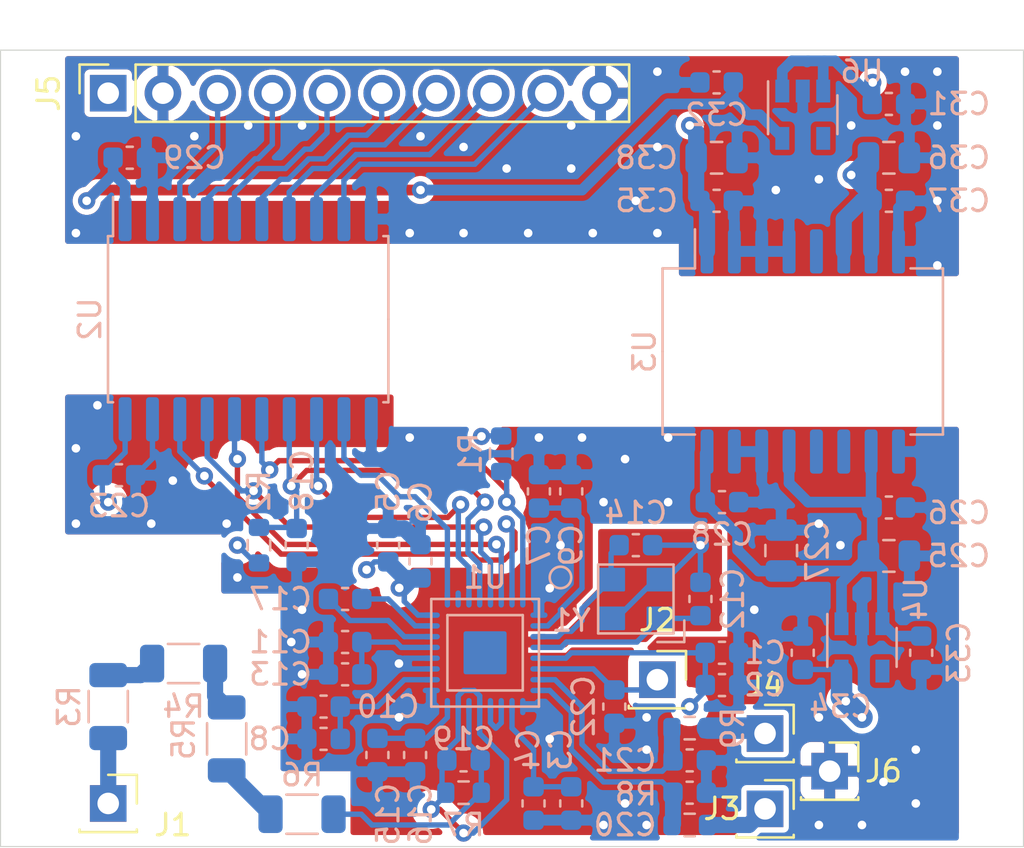
<source format=kicad_pcb>
(kicad_pcb (version 20171130) (host pcbnew "(5.1.9)-1")
  (layers (0 F.Cu signal hide) (1 In1.Cu power hide) (2 In2.Cu power hide) (31 B.Cu signal) (34 B.Paste user) (35 F.Paste user) (36 B.SilkS user) (37 F.SilkS user) (38 B.Mask user) (39 F.Mask user) (44 Edge.Cuts user))
  (net 0 "")
  (net 1 GND)
  (net 2 VDDOUT2P5)
  (net 3 DVDDOUT)
  (net 4 REFIN)
  (net 5 MSH)
  (net 6 CLKIN)
  (net 7 CLKOUT)
  (net 8 AVDDOUT)
  (net 9 "Net-(C17-Pad2)")
  (net 10 "Net-(C17-Pad1)")
  (net 11 RESET_LIVE)
  (net 12 VAN)
  (net 13 VAP)
  (net 14 IAP)
  (net 15 IAN)
  (net 16 IAMS)
  (net 17 V5V_ISO)
  (net 18 SS_LIVE)
  (net 19 "Net-(R3-Pad1)")
  (net 20 N)
  (net 21 "Net-(R4-Pad1)")
  (net 22 "Net-(R5-Pad1)")
  (net 23 LIN)
  (net 24 LOUT)
  (net 25 SCLK_LIVE)
  (net 26 MISO_LIVE)
  (net 27 MOSI_LIVE)
  (net 28 IRQ_LIVE)
  (net 29 CF1_LIVE)
  (net 30 CF2_LIVE)
  (net 31 "Net-(U1-Pad11)")
  (net 32 "Net-(U1-PadEP)")
  (net 33 "Net-(U3-Pad5)")
  (net 34 "Net-(U3-Pad11)")
  (net 35 "Net-(U3-Pad12)")
  (net 36 V3V3_ISO)
  (net 37 GNDD)
  (net 38 V3V3)
  (net 39 V5V)
  (net 40 CF_2)
  (net 41 IRQ)
  (net 42 RESET)
  (net 43 SS)
  (net 44 MISO)
  (net 45 MOSI)
  (net 46 SCLK)
  (net 47 "Net-(U4-Pad4)")
  (net 48 "Net-(U6-Pad4)")
  (module Connector_PinSocket_2.54mm:PinSocket_1x01_P2.54mm_Vertical (layer F.Cu) (at 123.5 98.5)
    (fp_text reference J6 (at 2.5 0) (layer F.SilkS))
    (fp_text value Conn_01x01)
    (pad 1 thru_hole rect (at 0 0) (size 1.7 1.7) (drill 1) (layers *.Cu *.Mask) (net 1 GND))
  )
  (module Resistor_SMD:R_0603_1608Metric (layer B.Cu) (at 108.25 83.75 270)
    (fp_text reference R1 (at 0 1.43 270) (layer B.SilkS) (effects (justify mirror)))
    (fp_text value 10k)
    (pad 2 smd roundrect (at 0.825 0 270) (size 0.8 0.95) (layers B.Cu B.Paste B.Mask) (net 18 SS_LIVE))
    (pad 1 smd roundrect (at -0.825 0 270) (size 0.8 0.95) (layers B.Cu B.Paste B.Mask) (net 36 V3V3_ISO))
  )
  (module Capacitor_SMD:C_0603_1608Metric (layer B.Cu) (at 104.25 97.75 270)
    (fp_text reference C16 (at 2.75 -0.25 270) (layer B.SilkS) (effects (justify mirror)))
    (fp_text value 0.1uF)
    (pad 2 smd roundrect (at 0.775 0 270) (size 0.9 0.95) (layers B.Cu B.Paste B.Mask) (net 1 GND))
    (pad 1 smd roundrect (at -0.775 0 270) (size 0.9 0.95) (layers B.Cu B.Paste B.Mask) (net 8 AVDDOUT))
  )
  (module Capacitor_SMD:C_0603_1608Metric (layer B.Cu) (at 100 97 180)
    (fp_text reference C8 (at 2.5 0) (layer B.SilkS) (effects (justify mirror)))
    (fp_text value 4.7uF)
    (pad 1 smd roundrect (at -0.775 0 180) (size 0.9 0.95) (layers B.Cu B.Paste B.Mask) (net 4 REFIN))
    (pad 2 smd roundrect (at 0.775 0 180) (size 0.9 0.95) (layers B.Cu B.Paste B.Mask) (net 1 GND))
  )
  (module Capacitor_SMD:C_0603_1608Metric (layer B.Cu) (at 101 90.5 180)
    (fp_text reference C17 (at 3 0 180) (layer B.SilkS) (effects (justify mirror)))
    (fp_text value 0.47uF)
    (pad 2 smd roundrect (at 0.775 0 180) (size 0.9 0.95) (layers B.Cu B.Paste B.Mask) (net 9 "Net-(C17-Pad2)"))
    (pad 1 smd roundrect (at -0.775 0 180) (size 0.9 0.95) (layers B.Cu B.Paste B.Mask) (net 10 "Net-(C17-Pad1)"))
  )
  (module GridAnalyzer:ECX-33Q (layer B.Cu) (at 114.5 90.5 180)
    (fp_text reference Y1 (at 3 -1) (layer B.SilkS) (effects (justify mirror)))
    (fp_text value "12.288MHz 12pF 20ppm")
    (pad 2 smd roundrect (at 1.15 -0.9 90) (size 1.1 1.3) (layers B.Cu B.Paste B.Mask) (roundrect_rratio 0.05) (net 1 GND))
    (pad 3 smd roundrect (at 1.15 0.9 180) (size 1.3 1.1) (layers B.Cu B.Paste B.Mask) (roundrect_rratio 0.05) (net 7 CLKOUT))
    (pad 1 smd roundrect (at -1.15 -0.9 180) (size 1.3 1.1) (layers B.Cu B.Paste B.Mask) (roundrect_rratio 0.05) (net 6 CLKIN))
    (pad 4 smd roundrect (at -1.15 0.9 180) (size 1.3 1.1) (layers B.Cu B.Paste B.Mask) (roundrect_rratio 0.05) (net 1 GND))
  )
  (module Package_TO_SOT_SMD:SOT-23-5 (layer B.Cu) (at 122.25 68 270)
    (fp_text reference U6 (at -2 -2.75 180) (layer B.SilkS) (effects (justify mirror)))
    (fp_text value AP2112K-3.3)
    (pad 5 smd rect (at 1.1 0.95 270) (size 1.06 0.65) (layers B.Cu B.Paste B.Mask) (net 38 V3V3))
    (pad 4 smd rect (at 1.1 -0.95 270) (size 1.06 0.65) (layers B.Cu B.Paste B.Mask) (net 48 "Net-(U6-Pad4)"))
    (pad 3 smd rect (at -1.1 -0.95 270) (size 1.06 0.65) (layers B.Cu B.Paste B.Mask) (net 39 V5V))
    (pad 2 smd rect (at -1.1 0 270) (size 1.06 0.65) (layers B.Cu B.Paste B.Mask) (net 37 GNDD))
    (pad 1 smd rect (at -1.1 0.95 270) (size 1.06 0.65) (layers B.Cu B.Paste B.Mask) (net 39 V5V))
  )
  (module Package_TO_SOT_SMD:SOT-23-5 (layer B.Cu) (at 125 92.75 270)
    (fp_text reference U4 (at -2.25 -2.5 270) (layer B.SilkS) (effects (justify mirror)))
    (fp_text value AP2112K-3.3)
    (pad 5 smd rect (at 1.1 0.95 270) (size 1.06 0.65) (layers B.Cu B.Paste B.Mask) (net 36 V3V3_ISO))
    (pad 4 smd rect (at 1.1 -0.95 270) (size 1.06 0.65) (layers B.Cu B.Paste B.Mask) (net 47 "Net-(U4-Pad4)"))
    (pad 3 smd rect (at -1.1 -0.95 270) (size 1.06 0.65) (layers B.Cu B.Paste B.Mask) (net 17 V5V_ISO))
    (pad 2 smd rect (at -1.1 0 270) (size 1.06 0.65) (layers B.Cu B.Paste B.Mask) (net 1 GND))
    (pad 1 smd rect (at -1.1 0.95 270) (size 1.06 0.65) (layers B.Cu B.Paste B.Mask) (net 17 V5V_ISO))
  )
  (module Connector_PinSocket_2.54mm:PinSocket_1x10_P2.54mm_Vertical (layer F.Cu) (at 90 67 90)
    (fp_text reference J5 (at 0 -2.77 90) (layer F.SilkS))
    (fp_text value Conn_01x10)
    (pad 10 thru_hole oval (at 0 22.86 90) (size 1.7 1.7) (drill 1) (layers *.Cu *.Mask) (net 37 GNDD))
    (pad 9 thru_hole oval (at 0 20.32 90) (size 1.7 1.7) (drill 1) (layers *.Cu *.Mask) (net 40 CF_2))
    (pad 8 thru_hole oval (at 0 17.78 90) (size 1.7 1.7) (drill 1) (layers *.Cu *.Mask) (net 41 IRQ))
    (pad 7 thru_hole oval (at 0 15.24 90) (size 1.7 1.7) (drill 1) (layers *.Cu *.Mask) (net 42 RESET))
    (pad 6 thru_hole oval (at 0 12.7 90) (size 1.7 1.7) (drill 1) (layers *.Cu *.Mask) (net 43 SS))
    (pad 5 thru_hole oval (at 0 10.16 90) (size 1.7 1.7) (drill 1) (layers *.Cu *.Mask) (net 44 MISO))
    (pad 4 thru_hole oval (at 0 7.62 90) (size 1.7 1.7) (drill 1) (layers *.Cu *.Mask) (net 45 MOSI))
    (pad 3 thru_hole oval (at 0 5.08 90) (size 1.7 1.7) (drill 1) (layers *.Cu *.Mask) (net 46 SCLK))
    (pad 2 thru_hole oval (at 0 2.54 90) (size 1.7 1.7) (drill 1) (layers *.Cu *.Mask) (net 37 GNDD))
    (pad 1 thru_hole rect (at 0 0 90) (size 1.7 1.7) (drill 1) (layers *.Cu *.Mask) (net 39 V5V))
  )
  (module Connector_PinSocket_2.54mm:PinSocket_1x01_P2.54mm_Vertical (layer F.Cu) (at 120.5 96.75)
    (fp_text reference J4 (at 0 -2.25) (layer F.SilkS))
    (fp_text value Conn_01x01)
    (pad 1 thru_hole rect (at 0 0) (size 1.7 1.7) (drill 1) (layers *.Cu *.Mask) (net 24 LOUT))
  )
  (module Connector_PinSocket_2.54mm:PinSocket_1x01_P2.54mm_Vertical (layer F.Cu) (at 120.5 100.25)
    (fp_text reference J3 (at -2 0) (layer F.SilkS))
    (fp_text value Conn_01x01)
    (pad 1 thru_hole rect (at 0 0) (size 1.7 1.7) (drill 1) (layers *.Cu *.Mask) (net 23 LIN))
  )
  (module Connector_PinSocket_2.54mm:PinSocket_1x01_P2.54mm_Vertical (layer F.Cu) (at 115.5 94.25)
    (fp_text reference J2 (at 0 -2.77) (layer F.SilkS))
    (fp_text value Conn_01x01)
    (pad 1 thru_hole rect (at 0 0) (size 1.7 1.7) (drill 1) (layers *.Cu *.Mask) (net 16 IAMS))
  )
  (module Connector_PinSocket_2.54mm:PinSocket_1x01_P2.54mm_Vertical (layer F.Cu) (at 90 100)
    (fp_text reference J1 (at 3 1) (layer F.SilkS))
    (fp_text value Conn_01x01)
    (pad 1 thru_hole rect (at 0 0) (size 1.7 1.7) (drill 1) (layers *.Cu *.Mask) (net 20 N))
  )
  (module Capacitor_SMD:C_0805_2012Metric (layer B.Cu) (at 118.25 70)
    (fp_text reference C38 (at -3.25 0) (layer B.SilkS) (effects (justify mirror)))
    (fp_text value 10uF)
    (pad 2 smd roundrect (at 0.95 0) (size 1 1.45) (layers B.Cu B.Paste B.Mask) (net 37 GNDD))
    (pad 1 smd roundrect (at -0.95 0) (size 1 1.45) (layers B.Cu B.Paste B.Mask) (net 39 V5V))
  )
  (module Capacitor_SMD:C_0603_1608Metric (layer B.Cu) (at 126.25 72)
    (fp_text reference C37 (at 3.25 0 180) (layer B.SilkS) (effects (justify mirror)))
    (fp_text value 0.1uF)
    (pad 2 smd roundrect (at 0.775 0) (size 0.9 0.95) (layers B.Cu B.Paste B.Mask) (net 37 GNDD))
    (pad 1 smd roundrect (at -0.775 0) (size 0.9 0.95) (layers B.Cu B.Paste B.Mask) (net 39 V5V))
  )
  (module Capacitor_SMD:C_0805_2012Metric (layer B.Cu) (at 126.25 70)
    (fp_text reference C36 (at 3.25 0) (layer B.SilkS) (effects (justify mirror)))
    (fp_text value 10uF)
    (pad 2 smd roundrect (at 0.95 0) (size 1 1.45) (layers B.Cu B.Paste B.Mask) (net 37 GNDD))
    (pad 1 smd roundrect (at -0.95 0) (size 1 1.45) (layers B.Cu B.Paste B.Mask) (net 39 V5V))
  )
  (module Capacitor_SMD:C_0603_1608Metric (layer B.Cu) (at 118.25 72)
    (fp_text reference C35 (at -3.25 0) (layer B.SilkS) (effects (justify mirror)))
    (fp_text value 0.1uF)
    (pad 2 smd roundrect (at 0.775 0) (size 0.9 0.95) (layers B.Cu B.Paste B.Mask) (net 37 GNDD))
    (pad 1 smd roundrect (at -0.775 0) (size 0.9 0.95) (layers B.Cu B.Paste B.Mask) (net 39 V5V))
  )
  (module Capacitor_SMD:C_0603_1608Metric (layer B.Cu) (at 122.25 93 90)
    (fp_text reference C34 (at -2.5 1.75) (layer B.SilkS) (effects (justify mirror)))
    (fp_text value C)
    (pad 2 smd roundrect (at 0.775 0 90) (size 0.9 0.95) (layers B.Cu B.Paste B.Mask) (net 1 GND))
    (pad 1 smd roundrect (at -0.775 0 90) (size 0.9 0.95) (layers B.Cu B.Paste B.Mask) (net 36 V3V3_ISO))
  )
  (module Capacitor_SMD:C_0603_1608Metric (layer B.Cu) (at 127.75 93 270)
    (fp_text reference C33 (at 0 -1.75 270) (layer B.SilkS) (effects (justify mirror)))
    (fp_text value C)
    (pad 2 smd roundrect (at 0.775 0 270) (size 0.9 0.95) (layers B.Cu B.Paste B.Mask) (net 1 GND))
    (pad 1 smd roundrect (at -0.775 0 270) (size 0.9 0.95) (layers B.Cu B.Paste B.Mask) (net 17 V5V_ISO))
  )
  (module Capacitor_SMD:C_0603_1608Metric (layer B.Cu) (at 118.25 66.5 180)
    (fp_text reference C32 (at 0 -1.5) (layer B.SilkS) (effects (justify mirror)))
    (fp_text value C)
    (pad 2 smd roundrect (at 0.775 0 180) (size 0.9 0.95) (layers B.Cu B.Paste B.Mask) (net 37 GNDD))
    (pad 1 smd roundrect (at -0.775 0 180) (size 0.9 0.95) (layers B.Cu B.Paste B.Mask) (net 38 V3V3))
  )
  (module Capacitor_SMD:C_0603_1608Metric (layer B.Cu) (at 126.25 67.5)
    (fp_text reference C31 (at 3.25 0) (layer B.SilkS) (effects (justify mirror)))
    (fp_text value C)
    (pad 2 smd roundrect (at 0.775 0) (size 0.9 0.95) (layers B.Cu B.Paste B.Mask) (net 37 GNDD))
    (pad 1 smd roundrect (at -0.775 0) (size 0.9 0.95) (layers B.Cu B.Paste B.Mask) (net 39 V5V))
  )
  (module Capacitor_SMD:C_0603_1608Metric (layer B.Cu) (at 91 70)
    (fp_text reference C29 (at 3 0) (layer B.SilkS) (effects (justify mirror)))
    (fp_text value 0.1uF)
    (pad 2 smd roundrect (at 0.775 0) (size 0.9 0.95) (layers B.Cu B.Paste B.Mask) (net 37 GNDD))
    (pad 1 smd roundrect (at -0.775 0) (size 0.9 0.95) (layers B.Cu B.Paste B.Mask) (net 38 V3V3))
  )
  (module Capacitor_SMD:C_0603_1608Metric (layer B.Cu) (at 118.5 93)
    (fp_text reference C1 (at 2 0) (layer B.SilkS) (effects (justify mirror)))
    (fp_text value 4.7uF)
    (pad 1 smd roundrect (at -0.775 0) (size 0.9 0.95) (layers B.Cu B.Paste B.Mask) (net 36 V3V3_ISO))
    (pad 2 smd roundrect (at 0.775 0) (size 0.9 0.95) (layers B.Cu B.Paste B.Mask) (net 1 GND))
  )
  (module Capacitor_SMD:C_0603_1608Metric (layer B.Cu) (at 118.5 94.5)
    (fp_text reference C2 (at 2 0) (layer B.SilkS) (effects (justify mirror)))
    (fp_text value 0.1uF)
    (pad 2 smd roundrect (at 0.775 0) (size 0.9 0.95) (layers B.Cu B.Paste B.Mask) (net 1 GND))
    (pad 1 smd roundrect (at -0.775 0) (size 0.9 0.95) (layers B.Cu B.Paste B.Mask) (net 36 V3V3_ISO))
  )
  (module Capacitor_SMD:C_0603_1608Metric (layer B.Cu) (at 111.5 100 270)
    (fp_text reference C3 (at -2.5 0.5 270) (layer B.SilkS) (effects (justify mirror)))
    (fp_text value 4.7uF)
    (pad 1 smd roundrect (at -0.775 0 270) (size 0.9 0.95) (layers B.Cu B.Paste B.Mask) (net 2 VDDOUT2P5))
    (pad 2 smd roundrect (at 0.775 0 270) (size 0.9 0.95) (layers B.Cu B.Paste B.Mask) (net 1 GND))
  )
  (module Capacitor_SMD:C_0603_1608Metric (layer B.Cu) (at 109.75 100 270)
    (fp_text reference C4 (at -2.5 0.25 270) (layer B.SilkS) (effects (justify mirror)))
    (fp_text value 0.1uF)
    (pad 2 smd roundrect (at 0.775 0 270) (size 0.9 0.95) (layers B.Cu B.Paste B.Mask) (net 1 GND))
    (pad 1 smd roundrect (at -0.775 0 270) (size 0.9 0.95) (layers B.Cu B.Paste B.Mask) (net 2 VDDOUT2P5))
  )
  (module Capacitor_SMD:C_0603_1608Metric (layer B.Cu) (at 103 88 90)
    (fp_text reference C5 (at 2.5 0 90) (layer B.SilkS) (effects (justify mirror)))
    (fp_text value 4.7uF)
    (pad 2 smd roundrect (at 0.775 0 90) (size 0.9 0.95) (layers B.Cu B.Paste B.Mask) (net 1 GND))
    (pad 1 smd roundrect (at -0.775 0 90) (size 0.9 0.95) (layers B.Cu B.Paste B.Mask) (net 36 V3V3_ISO))
  )
  (module Capacitor_SMD:C_0603_1608Metric (layer B.Cu) (at 104.5 88.75 90)
    (fp_text reference C6 (at 2.75 0 90) (layer B.SilkS) (effects (justify mirror)))
    (fp_text value 0.1uF)
    (pad 1 smd roundrect (at -0.775 0 90) (size 0.9 0.95) (layers B.Cu B.Paste B.Mask) (net 36 V3V3_ISO))
    (pad 2 smd roundrect (at 0.775 0 90) (size 0.9 0.95) (layers B.Cu B.Paste B.Mask) (net 1 GND))
  )
  (module Capacitor_SMD:C_0603_1608Metric (layer B.Cu) (at 110 85.5 90)
    (fp_text reference C7 (at -2.5 0 270) (layer B.SilkS) (effects (justify mirror)))
    (fp_text value 4.7uF)
    (pad 2 smd roundrect (at 0.775 0 90) (size 0.9 0.95) (layers B.Cu B.Paste B.Mask) (net 1 GND))
    (pad 1 smd roundrect (at -0.775 0 90) (size 0.9 0.95) (layers B.Cu B.Paste B.Mask) (net 3 DVDDOUT))
  )
  (module Capacitor_SMD:C_0603_1608Metric (layer B.Cu) (at 111.5 85.5 90)
    (fp_text reference C9 (at -2.5 0 270) (layer B.SilkS) (effects (justify mirror)))
    (fp_text value 0.1uF)
    (pad 2 smd roundrect (at 0.775 0 90) (size 0.9 0.95) (layers B.Cu B.Paste B.Mask) (net 1 GND))
    (pad 1 smd roundrect (at -0.775 0 90) (size 0.9 0.95) (layers B.Cu B.Paste B.Mask) (net 3 DVDDOUT))
  )
  (module Capacitor_SMD:C_0603_1608Metric (layer B.Cu) (at 100 95.5 180)
    (fp_text reference C10 (at -3 0) (layer B.SilkS) (effects (justify mirror)))
    (fp_text value 0.1uF)
    (pad 2 smd roundrect (at 0.775 0 180) (size 0.9 0.95) (layers B.Cu B.Paste B.Mask) (net 1 GND))
    (pad 1 smd roundrect (at -0.775 0 180) (size 0.9 0.95) (layers B.Cu B.Paste B.Mask) (net 4 REFIN))
  )
  (module Capacitor_SMD:C_0603_1608Metric (layer B.Cu) (at 101 92.5 180)
    (fp_text reference C11 (at 3 0) (layer B.SilkS) (effects (justify mirror)))
    (fp_text value 0.47uF)
    (pad 2 smd roundrect (at 0.775 0 180) (size 0.9 0.95) (layers B.Cu B.Paste B.Mask) (net 1 GND))
    (pad 1 smd roundrect (at -0.775 0 180) (size 0.9 0.95) (layers B.Cu B.Paste B.Mask) (net 5 MSH))
  )
  (module Capacitor_SMD:C_0603_1608Metric (layer B.Cu) (at 117.5 90.5 90)
    (fp_text reference C12 (at 0 1.5 270) (layer B.SilkS) (effects (justify mirror)))
    (fp_text value 12pF)
    (pad 2 smd roundrect (at 0.775 0 90) (size 0.9 0.95) (layers B.Cu B.Paste B.Mask) (net 1 GND))
    (pad 1 smd roundrect (at -0.775 0 90) (size 0.9 0.95) (layers B.Cu B.Paste B.Mask) (net 6 CLKIN))
  )
  (module Capacitor_SMD:C_0603_1608Metric (layer B.Cu) (at 101 94 180)
    (fp_text reference C13 (at 3 0) (layer B.SilkS) (effects (justify mirror)))
    (fp_text value 0.1uF)
    (pad 1 smd roundrect (at -0.775 0 180) (size 0.9 0.95) (layers B.Cu B.Paste B.Mask) (net 5 MSH))
    (pad 2 smd roundrect (at 0.775 0 180) (size 0.9 0.95) (layers B.Cu B.Paste B.Mask) (net 1 GND))
  )
  (module Capacitor_SMD:C_0603_1608Metric (layer B.Cu) (at 114.5 88)
    (fp_text reference C14 (at 0 -1.5) (layer B.SilkS) (effects (justify mirror)))
    (fp_text value 12pF)
    (pad 1 smd roundrect (at -0.775 0) (size 0.9 0.95) (layers B.Cu B.Paste B.Mask) (net 7 CLKOUT))
    (pad 2 smd roundrect (at 0.775 0) (size 0.9 0.95) (layers B.Cu B.Paste B.Mask) (net 1 GND))
  )
  (module Capacitor_SMD:C_0603_1608Metric (layer B.Cu) (at 102.5 97.75 270)
    (fp_text reference C15 (at 2.75 -0.5 270) (layer B.SilkS) (effects (justify mirror)))
    (fp_text value 4.7uF)
    (pad 1 smd roundrect (at -0.775 0 270) (size 0.9 0.95) (layers B.Cu B.Paste B.Mask) (net 8 AVDDOUT))
    (pad 2 smd roundrect (at 0.775 0 270) (size 0.9 0.95) (layers B.Cu B.Paste B.Mask) (net 1 GND))
  )
  (module Capacitor_SMD:C_0603_1608Metric (layer B.Cu) (at 98.75 88 270)
    (fp_text reference C18 (at -3 -0.25 90) (layer B.SilkS) (effects (justify mirror)))
    (fp_text value 1uF)
    (pad 1 smd roundrect (at -0.775 0 270) (size 0.9 0.95) (layers B.Cu B.Paste B.Mask) (net 11 RESET_LIVE))
    (pad 2 smd roundrect (at 0.775 0 270) (size 0.9 0.95) (layers B.Cu B.Paste B.Mask) (net 1 GND))
  )
  (module Capacitor_SMD:C_0603_1608Metric (layer B.Cu) (at 106.5 98 180)
    (fp_text reference C19 (at 0 1) (layer B.SilkS) (effects (justify mirror)))
    (fp_text value 15nF)
    (pad 2 smd roundrect (at 0.775 0 180) (size 0.9 0.95) (layers B.Cu B.Paste B.Mask) (net 12 VAN))
    (pad 1 smd roundrect (at -0.775 0 180) (size 0.9 0.95) (layers B.Cu B.Paste B.Mask) (net 13 VAP))
  )
  (module Capacitor_SMD:C_0603_1608Metric (layer B.Cu) (at 117 99.5)
    (fp_text reference C20 (at -3 1.5 180) (layer B.SilkS) (effects (justify mirror)))
    (fp_text value 0.1uF)
    (pad 1 smd roundrect (at -0.775 0) (size 0.9 0.95) (layers B.Cu B.Paste B.Mask) (net 14 IAP))
    (pad 2 smd roundrect (at 0.775 0) (size 0.9 0.95) (layers B.Cu B.Paste B.Mask) (net 1 GND))
  )
  (module Capacitor_SMD:C_0603_1608Metric (layer B.Cu) (at 117 98 180)
    (fp_text reference C21 (at 3 0 180) (layer B.SilkS) (effects (justify mirror)))
    (fp_text value 0.1uF)
    (pad 1 smd roundrect (at -0.775 0 180) (size 0.9 0.95) (layers B.Cu B.Paste B.Mask) (net 1 GND))
    (pad 2 smd roundrect (at 0.775 0 180) (size 0.9 0.95) (layers B.Cu B.Paste B.Mask) (net 15 IAN))
  )
  (module Capacitor_SMD:C_0603_1608Metric (layer B.Cu) (at 113.5 95.5 270)
    (fp_text reference C22 (at 0 1.43 90) (layer B.SilkS) (effects (justify mirror)))
    (fp_text value 0.1uF)
    (pad 2 smd roundrect (at 0.775 0 270) (size 0.9 0.95) (layers B.Cu B.Paste B.Mask) (net 1 GND))
    (pad 1 smd roundrect (at -0.775 0 270) (size 0.9 0.95) (layers B.Cu B.Paste B.Mask) (net 16 IAMS))
  )
  (module Capacitor_SMD:C_0603_1608Metric (layer B.Cu) (at 90.5 84.75)
    (fp_text reference C23 (at 0 1.43) (layer B.SilkS) (effects (justify mirror)))
    (fp_text value 0.1uF)
    (pad 2 smd roundrect (at 0.775 0) (size 0.9 0.95) (layers B.Cu B.Paste B.Mask) (net 1 GND))
    (pad 1 smd roundrect (at -0.775 0) (size 0.9 0.95) (layers B.Cu B.Paste B.Mask) (net 36 V3V3_ISO))
  )
  (module Capacitor_SMD:C_0805_2012Metric (layer B.Cu) (at 126.25 88.5)
    (fp_text reference C25 (at 3.25 0) (layer B.SilkS) (effects (justify mirror)))
    (fp_text value 10uF)
    (pad 1 smd roundrect (at -0.95 0) (size 1 1.45) (layers B.Cu B.Paste B.Mask) (net 17 V5V_ISO))
    (pad 2 smd roundrect (at 0.95 0) (size 1 1.45) (layers B.Cu B.Paste B.Mask) (net 1 GND))
  )
  (module Capacitor_SMD:C_0603_1608Metric (layer B.Cu) (at 126.25 86.25)
    (fp_text reference C26 (at 3.25 0.25) (layer B.SilkS) (effects (justify mirror)))
    (fp_text value 0.1uF)
    (pad 1 smd roundrect (at -0.775 0) (size 0.9 0.95) (layers B.Cu B.Paste B.Mask) (net 17 V5V_ISO))
    (pad 2 smd roundrect (at 0.775 0) (size 0.9 0.95) (layers B.Cu B.Paste B.Mask) (net 1 GND))
  )
  (module Capacitor_SMD:C_0805_2012Metric (layer B.Cu) (at 121.25 88.25 90)
    (fp_text reference C27 (at 0 1.68 90) (layer B.SilkS) (effects (justify mirror)))
    (fp_text value 10uF)
    (pad 2 smd roundrect (at 0.95 0 90) (size 1 1.45) (layers B.Cu B.Paste B.Mask) (net 1 GND))
    (pad 1 smd roundrect (at -0.95 0 90) (size 1 1.45) (layers B.Cu B.Paste B.Mask) (net 17 V5V_ISO))
  )
  (module Capacitor_SMD:C_0603_1608Metric (layer B.Cu) (at 118.5 86)
    (fp_text reference C28 (at 0 1.5) (layer B.SilkS) (effects (justify mirror)))
    (fp_text value 0.1uF)
    (pad 1 smd roundrect (at -0.775 0) (size 0.9 0.95) (layers B.Cu B.Paste B.Mask) (net 17 V5V_ISO))
    (pad 2 smd roundrect (at 0.775 0) (size 0.9 0.95) (layers B.Cu B.Paste B.Mask) (net 1 GND))
  )
  (module Resistor_SMD:R_0603_1608Metric (layer B.Cu) (at 97 88 90)
    (fp_text reference R2 (at 2.5 0 90) (layer B.SilkS) (effects (justify mirror)))
    (fp_text value 10k)
    (pad 1 smd roundrect (at -0.825 0 90) (size 0.8 0.95) (layers B.Cu B.Paste B.Mask) (net 36 V3V3_ISO))
    (pad 2 smd roundrect (at 0.825 0 90) (size 0.8 0.95) (layers B.Cu B.Paste B.Mask) (net 11 RESET_LIVE))
  )
  (module Resistor_SMD:R_1206_3216Metric (layer B.Cu) (at 90 95.5 270)
    (fp_text reference R3 (at 0 1.82 270) (layer B.SilkS) (effects (justify mirror)))
    (fp_text value 250k)
    (pad 1 smd roundrect (at -1.4625 0 270) (size 1.125 1.75) (layers B.Cu B.Paste B.Mask) (roundrect_rratio 0.222222) (net 19 "Net-(R3-Pad1)"))
    (pad 2 smd roundrect (at 1.4625 0 270) (size 1.125 1.75) (layers B.Cu B.Paste B.Mask) (roundrect_rratio 0.222222) (net 20 N))
  )
  (module Resistor_SMD:R_1206_3216Metric (layer B.Cu) (at 93.5 93.5 180)
    (fp_text reference R4 (at 0 -2) (layer B.SilkS) (effects (justify mirror)))
    (fp_text value 250k)
    (pad 2 smd roundrect (at 1.4625 0 180) (size 1.125 1.75) (layers B.Cu B.Paste B.Mask) (roundrect_rratio 0.222222) (net 19 "Net-(R3-Pad1)"))
    (pad 1 smd roundrect (at -1.4625 0 180) (size 1.125 1.75) (layers B.Cu B.Paste B.Mask) (roundrect_rratio 0.222222) (net 21 "Net-(R4-Pad1)"))
  )
  (module Resistor_SMD:R_1206_3216Metric (layer B.Cu) (at 95.5 97 90)
    (fp_text reference R5 (at 0 -2 270) (layer B.SilkS) (effects (justify mirror)))
    (fp_text value 250k)
    (pad 1 smd roundrect (at -1.4625 0 90) (size 1.125 1.75) (layers B.Cu B.Paste B.Mask) (roundrect_rratio 0.222222) (net 22 "Net-(R5-Pad1)"))
    (pad 2 smd roundrect (at 1.4625 0 90) (size 1.125 1.75) (layers B.Cu B.Paste B.Mask) (roundrect_rratio 0.222222) (net 21 "Net-(R4-Pad1)"))
  )
  (module Resistor_SMD:R_1206_3216Metric (layer B.Cu) (at 99 100.5 180)
    (fp_text reference R6 (at 0 1.82) (layer B.SilkS) (effects (justify mirror)))
    (fp_text value 250k)
    (pad 2 smd roundrect (at 1.4625 0 180) (size 1.125 1.75) (layers B.Cu B.Paste B.Mask) (roundrect_rratio 0.222222) (net 22 "Net-(R5-Pad1)"))
    (pad 1 smd roundrect (at -1.4625 0 180) (size 1.125 1.75) (layers B.Cu B.Paste B.Mask) (roundrect_rratio 0.222222) (net 13 VAP))
  )
  (module Resistor_SMD:R_0603_1608Metric (layer B.Cu) (at 106.5 99.5)
    (fp_text reference R7 (at 0 1.5) (layer B.SilkS) (effects (justify mirror)))
    (fp_text value 1k)
    (pad 1 smd roundrect (at -0.825 0) (size 0.8 0.95) (layers B.Cu B.Paste B.Mask) (net 12 VAN))
    (pad 2 smd roundrect (at 0.825 0) (size 0.8 0.95) (layers B.Cu B.Paste B.Mask) (net 13 VAP))
  )
  (module Resistor_SMD:R_0603_1608Metric (layer B.Cu) (at 117 101 180)
    (fp_text reference R8 (at 2.5 1.43) (layer B.SilkS) (effects (justify mirror)))
    (fp_text value 150k)
    (pad 2 smd roundrect (at 0.825 0 180) (size 0.8 0.95) (layers B.Cu B.Paste B.Mask) (net 14 IAP))
    (pad 1 smd roundrect (at -0.825 0 180) (size 0.8 0.95) (layers B.Cu B.Paste B.Mask) (net 23 LIN))
  )
  (module Resistor_SMD:R_0603_1608Metric (layer B.Cu) (at 117 96.5 180)
    (fp_text reference R9 (at -2 0 90) (layer B.SilkS) (effects (justify mirror)))
    (fp_text value 150k)
    (pad 1 smd roundrect (at -0.825 0 180) (size 0.8 0.95) (layers B.Cu B.Paste B.Mask) (net 24 LOUT))
    (pad 2 smd roundrect (at 0.825 0 180) (size 0.8 0.95) (layers B.Cu B.Paste B.Mask) (net 15 IAN))
  )
  (module GridAnalyzer:LFCSP_5_5_0.75_32 (layer B.Cu) (at 107.5 93 180)
    (fp_text reference U1 (at 0 3.5) (layer B.SilkS) (effects (justify mirror)))
    (fp_text value ADE9153A)
    (pad 32 smd roundrect (at -1.75 2.5 180) (size 0.25 0.8) (layers B.Cu B.Paste B.Mask) (roundrect_rratio 0.5) (net 18 SS_LIVE))
    (pad 31 smd roundrect (at -1.25 2.5 180) (size 0.25 0.8) (layers B.Cu B.Paste B.Mask) (roundrect_rratio 0.5) (net 25 SCLK_LIVE))
    (pad 30 smd roundrect (at -0.75 2.5 180) (size 0.25 0.8) (layers B.Cu B.Paste B.Mask) (roundrect_rratio 0.5) (net 26 MISO_LIVE))
    (pad 29 smd roundrect (at -0.25 2.5 180) (size 0.25 0.8) (layers B.Cu B.Paste B.Mask) (roundrect_rratio 0.5) (net 27 MOSI_LIVE))
    (pad 28 smd roundrect (at 0.25 2.5 180) (size 0.25 0.8) (layers B.Cu B.Paste B.Mask) (roundrect_rratio 0.5) (net 11 RESET_LIVE))
    (pad 27 smd roundrect (at 0.75 2.5 180) (size 0.25 0.8) (layers B.Cu B.Paste B.Mask) (roundrect_rratio 0.5) (net 28 IRQ_LIVE))
    (pad 26 smd roundrect (at 1.25 2.5 180) (size 0.25 0.8) (layers B.Cu B.Paste B.Mask) (roundrect_rratio 0.5) (net 29 CF1_LIVE))
    (pad 25 smd roundrect (at 1.75 2.5 180) (size 0.25 0.8) (layers B.Cu B.Paste B.Mask) (roundrect_rratio 0.5) (net 30 CF2_LIVE))
    (pad 24 smd roundrect (at 2.5 1.75 90) (size 0.25 0.8) (layers B.Cu B.Paste B.Mask) (roundrect_rratio 0.5) (net 36 V3V3_ISO))
    (pad 23 smd roundrect (at 2.5 1.25 90) (size 0.25 0.8) (layers B.Cu B.Paste B.Mask) (roundrect_rratio 0.5) (net 10 "Net-(C17-Pad1)"))
    (pad 22 smd roundrect (at 2.5 0.75 90) (size 0.25 0.8) (layers B.Cu B.Paste B.Mask) (roundrect_rratio 0.5) (net 9 "Net-(C17-Pad2)"))
    (pad 21 smd roundrect (at 2.5 0.25 90) (size 0.25 0.8) (layers B.Cu B.Paste B.Mask) (roundrect_rratio 0.5) (net 5 MSH))
    (pad 20 smd roundrect (at 2.5 -0.25 90) (size 0.25 0.8) (layers B.Cu B.Paste B.Mask) (roundrect_rratio 0.5) (net 1 GND))
    (pad 19 smd roundrect (at 2.5 -0.75 90) (size 0.25 0.8) (layers B.Cu B.Paste B.Mask) (roundrect_rratio 0.5) (net 1 GND))
    (pad 18 smd roundrect (at 2.5 -1.25 90) (size 0.25 0.8) (layers B.Cu B.Paste B.Mask) (roundrect_rratio 0.5) (net 4 REFIN))
    (pad 17 smd roundrect (at 2.5 -1.75 90) (size 0.25 0.8) (layers B.Cu B.Paste B.Mask) (roundrect_rratio 0.5) (net 1 GND))
    (pad 16 smd roundrect (at 1.75 -2.5 180) (size 0.25 0.8) (layers B.Cu B.Paste B.Mask) (roundrect_rratio 0.5) (net 8 AVDDOUT))
    (pad 15 smd roundrect (at 1.25 -2.5 180) (size 0.25 0.8) (layers B.Cu B.Paste B.Mask) (roundrect_rratio 0.5) (net 12 VAN))
    (pad 14 smd roundrect (at 0.75 -2.5 180) (size 0.25 0.8) (layers B.Cu B.Paste B.Mask) (roundrect_rratio 0.5) (net 13 VAP))
    (pad 13 smd roundrect (at 0.25 -2.5 180) (size 0.25 0.8) (layers B.Cu B.Paste B.Mask) (roundrect_rratio 0.5) (net 12 VAN))
    (pad 12 smd roundrect (at -0.25 -2.5 180) (size 0.25 0.8) (layers B.Cu B.Paste B.Mask) (roundrect_rratio 0.5) (net 31 "Net-(U1-Pad11)"))
    (pad 11 smd roundrect (at -0.75 -2.5 180) (size 0.25 0.8) (layers B.Cu B.Paste B.Mask) (roundrect_rratio 0.5) (net 31 "Net-(U1-Pad11)"))
    (pad 10 smd roundrect (at -1.25 -2.5 180) (size 0.25 0.8) (layers B.Cu B.Paste B.Mask) (roundrect_rratio 0.5) (net 2 VDDOUT2P5))
    (pad 9 smd roundrect (at -1.75 -2.5 180) (size 0.25 0.8) (layers B.Cu B.Paste B.Mask) (roundrect_rratio 0.5) (net 1 GND))
    (pad EP smd roundrect (at 0 0 90) (size 2 2) (layers B.Cu B.Paste B.Mask) (roundrect_rratio 0.05) (net 32 "Net-(U1-PadEP)"))
    (pad 8 smd roundrect (at -2.5 -1.75 90) (size 0.25 0.8) (layers B.Cu B.Paste B.Mask) (roundrect_rratio 0.5) (net 14 IAP))
    (pad 7 smd roundrect (at -2.5 -1.25 90) (size 0.25 0.8) (layers B.Cu B.Paste B.Mask) (roundrect_rratio 0.5) (net 15 IAN))
    (pad 6 smd roundrect (at -2.5 -0.75 90) (size 0.25 0.8) (layers B.Cu B.Paste B.Mask) (roundrect_rratio 0.5) (net 16 IAMS))
    (pad 5 smd roundrect (at -2.5 -0.25 90) (size 0.25 0.8) (layers B.Cu B.Paste B.Mask) (roundrect_rratio 0.5) (net 36 V3V3_ISO))
    (pad 4 smd roundrect (at -2.5 0.25 90) (size 0.25 0.8) (layers B.Cu B.Paste B.Mask) (roundrect_rratio 0.5) (net 6 CLKIN))
    (pad 3 smd roundrect (at -2.5 0.75 90) (size 0.25 0.8) (layers B.Cu B.Paste B.Mask) (roundrect_rratio 0.5) (net 7 CLKOUT))
    (pad 2 smd roundrect (at -2.5 1.25 90) (size 0.25 0.8) (layers B.Cu B.Paste B.Mask) (roundrect_rratio 0.5) (net 3 DVDDOUT))
    (pad 1 smd roundrect (at -2.5 1.75 90) (size 0.25 0.8) (layers B.Cu B.Paste B.Mask) (roundrect_rratio 0.5) (net 1 GND))
  )
  (module Package_SO:SOIC-20W_7.5x12.8mm_P1.27mm (layer B.Cu) (at 96.5 77.5 270)
    (fp_text reference U2 (at 0 7.35 270) (layer B.SilkS) (effects (justify mirror)))
    (fp_text value ADuM4152BRIZ)
    (pad 1 smd roundrect (at -4.65 5.715 270) (size 2.05 0.6) (layers B.Cu B.Paste B.Mask) (net 38 V3V3))
    (pad 2 smd roundrect (at -4.65 4.445 270) (size 2.05 0.6) (layers B.Cu B.Paste B.Mask) (net 37 GNDD))
    (pad 3 smd roundrect (at -4.65 3.175 270) (size 2.05 0.6) (layers B.Cu B.Paste B.Mask) (net 46 SCLK))
    (pad 4 smd roundrect (at -4.65 1.905 270) (size 2.05 0.6) (layers B.Cu B.Paste B.Mask) (net 45 MOSI))
    (pad 5 smd roundrect (at -4.65 0.635 270) (size 2.05 0.6) (layers B.Cu B.Paste B.Mask) (net 44 MISO))
    (pad 6 smd roundrect (at -4.65 -0.635 270) (size 2.05 0.6) (layers B.Cu B.Paste B.Mask) (net 43 SS))
    (pad 7 smd roundrect (at -4.65 -1.905 270) (size 2.05 0.6) (layers B.Cu B.Paste B.Mask) (net 42 RESET))
    (pad 8 smd roundrect (at -4.65 -3.175 270) (size 2.05 0.6) (layers B.Cu B.Paste B.Mask) (net 41 IRQ))
    (pad 9 smd roundrect (at -4.65 -4.445 270) (size 2.05 0.6) (layers B.Cu B.Paste B.Mask) (net 40 CF_2))
    (pad 10 smd roundrect (at -4.65 -5.715 270) (size 2.05 0.6) (layers B.Cu B.Paste B.Mask) (net 37 GNDD))
    (pad 11 smd roundrect (at 4.65 -5.715 270) (size 2.05 0.6) (layers B.Cu B.Paste B.Mask) (net 1 GND))
    (pad 12 smd roundrect (at 4.65 -4.445 270) (size 2.05 0.6) (layers B.Cu B.Paste B.Mask) (net 30 CF2_LIVE))
    (pad 13 smd roundrect (at 4.65 -3.175 270) (size 2.05 0.6) (layers B.Cu B.Paste B.Mask) (net 28 IRQ_LIVE))
    (pad 14 smd roundrect (at 4.65 -1.905 270) (size 2.05 0.6) (layers B.Cu B.Paste B.Mask) (net 11 RESET_LIVE))
    (pad 15 smd roundrect (at 4.65 -0.635 270) (size 2.05 0.6) (layers B.Cu B.Paste B.Mask) (net 18 SS_LIVE))
    (pad 16 smd roundrect (at 4.65 0.635 270) (size 2.05 0.6) (layers B.Cu B.Paste B.Mask) (net 26 MISO_LIVE))
    (pad 17 smd roundrect (at 4.65 1.905 270) (size 2.05 0.6) (layers B.Cu B.Paste B.Mask) (net 27 MOSI_LIVE))
    (pad 18 smd roundrect (at 4.65 3.175 270) (size 2.05 0.6) (layers B.Cu B.Paste B.Mask) (net 25 SCLK_LIVE))
    (pad 19 smd roundrect (at 4.65 4.445 270) (size 2.05 0.6) (layers B.Cu B.Paste B.Mask) (net 1 GND))
    (pad 20 smd roundrect (at 4.65 5.715 270) (size 2.05 0.6) (layers B.Cu B.Paste B.Mask) (net 36 V3V3_ISO))
  )
  (module Package_SO:SOIC-16W_7.5x12.8mm_P1.27mm (layer B.Cu) (at 122.25 79 270)
    (fp_text reference U3 (at 0 7.35 270) (layer B.SilkS) (effects (justify mirror)))
    (fp_text value ADuM6000ARIZ)
    (pad 1 smd roundrect (at -4.65 4.445 270) (size 2.05 0.6) (layers B.Cu B.Paste B.Mask) (net 39 V5V))
    (pad 2 smd roundrect (at -4.65 3.175 270) (size 2.05 0.6) (layers B.Cu B.Paste B.Mask) (net 37 GNDD))
    (pad 3 smd roundrect (at -4.65 1.905 270) (size 2.05 0.6) (layers B.Cu B.Paste B.Mask) (net 37 GNDD))
    (pad 4 smd roundrect (at -4.65 0.635 270) (size 2.05 0.6) (layers B.Cu B.Paste B.Mask) (net 37 GNDD))
    (pad 5 smd roundrect (at -4.65 -0.635 270) (size 2.05 0.6) (layers B.Cu B.Paste B.Mask) (net 33 "Net-(U3-Pad5)"))
    (pad 6 smd roundrect (at -4.65 -1.905 270) (size 2.05 0.6) (layers B.Cu B.Paste B.Mask) (net 39 V5V))
    (pad 7 smd roundrect (at -4.65 -3.175 270) (size 2.05 0.6) (layers B.Cu B.Paste B.Mask) (net 39 V5V))
    (pad 8 smd roundrect (at -4.65 -4.445 270) (size 2.05 0.6) (layers B.Cu B.Paste B.Mask) (net 37 GNDD))
    (pad 9 smd roundrect (at 4.65 -4.445 270) (size 2.05 0.6) (layers B.Cu B.Paste B.Mask) (net 1 GND))
    (pad 10 smd roundrect (at 4.65 -3.175 270) (size 2.05 0.6) (layers B.Cu B.Paste B.Mask) (net 17 V5V_ISO))
    (pad 11 smd roundrect (at 4.65 -1.905 270) (size 2.05 0.6) (layers B.Cu B.Paste B.Mask) (net 34 "Net-(U3-Pad11)"))
    (pad 12 smd roundrect (at 4.65 -0.635 270) (size 2.05 0.6) (layers B.Cu B.Paste B.Mask) (net 35 "Net-(U3-Pad12)"))
    (pad 13 smd roundrect (at 4.65 0.635 270) (size 2.05 0.6) (layers B.Cu B.Paste B.Mask) (net 17 V5V_ISO))
    (pad 14 smd roundrect (at 4.65 1.905 270) (size 2.05 0.6) (layers B.Cu B.Paste B.Mask) (net 1 GND))
    (pad 15 smd roundrect (at 4.65 3.175 270) (size 2.05 0.6) (layers B.Cu B.Paste B.Mask) (net 1 GND))
    (pad 16 smd roundrect (at 4.65 4.445 270) (size 2.05 0.6) (layers B.Cu B.Paste B.Mask) (net 17 V5V_ISO))
  )
  (gr_line (start 85 102) (end 85 65) (layer Edge.Cuts) (width 0.05))
  (gr_line (start 132.5 102) (end 85 102) (layer Edge.Cuts) (width 0.05))
  (gr_line (start 132.5 65) (end 132.5 102) (layer Edge.Cuts) (width 0.05))
  (gr_line (start 85 65) (end 132.5 65) (layer Edge.Cuts) (width 0.05))
  (segment (start 111.5 99.225) (end 109.75 99.225) (width 0.25) (layer B.Cu) (net 2))
  (segment (start 108.75 95.5) (end 108.75 96.5) (width 0.25) (layer B.Cu) (net 2))
  (segment (start 109.75 97.5) (end 109.75 99.225) (width 0.25) (layer B.Cu) (net 2))
  (segment (start 108.75 96.5) (end 109.75 97.5) (width 0.25) (layer B.Cu) (net 2))
  (segment (start 100.775 97) (end 100.775 95.5) (width 0.25) (layer B.Cu) (net 4))
  (segment (start 102.5 95.5) (end 100.775 95.5) (width 0.25) (layer B.Cu) (net 4))
  (segment (start 103.75 94.25) (end 102.5 95.5) (width 0.25) (layer B.Cu) (net 4))
  (segment (start 105 94.25) (end 103.75 94.25) (width 0.25) (layer B.Cu) (net 4))
  (segment (start 103.61359 92.75) (end 105 92.75) (width 0.25) (layer B.Cu) (net 5))
  (segment (start 103.36359 92.5) (end 103.61359 92.75) (width 0.25) (layer B.Cu) (net 5))
  (segment (start 101.775 92.5) (end 103.36359 92.5) (width 0.25) (layer B.Cu) (net 5))
  (segment (start 101.775 94) (end 101.775 92.5) (width 0.25) (layer B.Cu) (net 5))
  (segment (start 110 92.75) (end 111.02282 92.75) (width 0.25) (layer B.Cu) (net 6))
  (segment (start 111.02282 92.75) (end 111.27282 92.5) (width 0.25) (layer B.Cu) (net 6))
  (segment (start 114.55 92.5) (end 115.65 91.4) (width 0.25) (layer B.Cu) (net 6))
  (segment (start 111.27282 92.5) (end 114.55 92.5) (width 0.25) (layer B.Cu) (net 6))
  (segment (start 117.375 91.4) (end 117.5 91.275) (width 0.25) (layer B.Cu) (net 6))
  (segment (start 115.65 91.4) (end 117.375 91.4) (width 0.25) (layer B.Cu) (net 6))
  (segment (start 113.35 89.6) (end 112 90.95) (width 0.25) (layer B.Cu) (net 7))
  (segment (start 112 90.95) (end 112 91.5) (width 0.25) (layer B.Cu) (net 7))
  (segment (start 110.88641 92.25) (end 110 92.25) (width 0.25) (layer B.Cu) (net 7))
  (segment (start 111.13641 92) (end 110.88641 92.25) (width 0.25) (layer B.Cu) (net 7))
  (segment (start 111.5 92) (end 111.13641 92) (width 0.25) (layer B.Cu) (net 7))
  (segment (start 112 91.5) (end 111.5 92) (width 0.25) (layer B.Cu) (net 7))
  (segment (start 113.35 88.375) (end 113.725 88) (width 0.25) (layer B.Cu) (net 7))
  (segment (start 113.35 89.6) (end 113.35 88.375) (width 0.25) (layer B.Cu) (net 7))
  (segment (start 105.75 95.5) (end 105.75 96) (width 0.25) (layer B.Cu) (net 8))
  (segment (start 104.775 96.975) (end 104.25 96.975) (width 0.25) (layer B.Cu) (net 8))
  (segment (start 105.75 96) (end 104.775 96.975) (width 0.25) (layer B.Cu) (net 8))
  (segment (start 104.25 96.975) (end 102.5 96.975) (width 0.25) (layer B.Cu) (net 8))
  (segment (start 105 92.25) (end 103.75 92.25) (width 0.25) (layer B.Cu) (net 9))
  (segment (start 103.75 92.25) (end 103 91.5) (width 0.25) (layer B.Cu) (net 9))
  (segment (start 101.225 91.5) (end 100.225 90.5) (width 0.25) (layer B.Cu) (net 9))
  (segment (start 103 91.5) (end 101.225 91.5) (width 0.25) (layer B.Cu) (net 9))
  (segment (start 105 91.75) (end 104.25 91.75) (width 0.25) (layer B.Cu) (net 10))
  (segment (start 103 90.5) (end 101.775 90.5) (width 0.25) (layer B.Cu) (net 10))
  (segment (start 104.25 91.75) (end 103 90.5) (width 0.25) (layer B.Cu) (net 10))
  (segment (start 106.707907 88.356874) (end 106.707907 86.792093) (width 0.25) (layer B.Cu) (net 11))
  (via (at 107.5 86) (size 0.8) (drill 0.4) (layers F.Cu B.Cu) (net 11))
  (segment (start 106.707907 86.792093) (end 107.5 86) (width 0.25) (layer B.Cu) (net 11))
  (segment (start 107.25 88.898967) (end 106.707907 88.356874) (width 0.25) (layer B.Cu) (net 11))
  (segment (start 107.25 90.5) (end 107.25 88.898967) (width 0.25) (layer B.Cu) (net 11))
  (via (at 98.5 85.25) (size 0.8) (drill 0.4) (layers F.Cu B.Cu) (net 11))
  (segment (start 99.225001 84.524999) (end 98.5 85.25) (width 0.25) (layer F.Cu) (net 11))
  (segment (start 106.024999 84.524999) (end 99.225001 84.524999) (width 0.25) (layer F.Cu) (net 11))
  (segment (start 107.5 86) (end 106.024999 84.524999) (width 0.25) (layer F.Cu) (net 11))
  (segment (start 98.405 85.155) (end 98.5 85.25) (width 0.25) (layer B.Cu) (net 11))
  (segment (start 98.405 82.15) (end 98.405 85.155) (width 0.25) (layer B.Cu) (net 11))
  (segment (start 98.7 87.175) (end 98.75 87.225) (width 0.25) (layer B.Cu) (net 11))
  (segment (start 97 87.175) (end 98.7 87.175) (width 0.25) (layer B.Cu) (net 11))
  (segment (start 98.75 85.5) (end 98.5 85.25) (width 0.25) (layer B.Cu) (net 11))
  (segment (start 98.75 87.225) (end 98.75 85.5) (width 0.25) (layer B.Cu) (net 11))
  (segment (start 107.25 95.5) (end 107.25 95) (width 0.25) (layer B.Cu) (net 12))
  (segment (start 107.25 95) (end 107 94.75) (width 0.25) (layer B.Cu) (net 12))
  (segment (start 107 94.75) (end 106.5 94.75) (width 0.25) (layer B.Cu) (net 12))
  (segment (start 106.25 95) (end 106.25 95.5) (width 0.25) (layer B.Cu) (net 12))
  (segment (start 106.5 94.75) (end 106.25 95) (width 0.25) (layer B.Cu) (net 12))
  (segment (start 106.25 95.5) (end 106.25 97) (width 0.25) (layer B.Cu) (net 12))
  (segment (start 106.25 97) (end 105.75 97.5) (width 0.25) (layer B.Cu) (net 12))
  (segment (start 105.75 97.5) (end 105.5 97.75) (width 0.25) (layer B.Cu) (net 12))
  (via (at 105 100.275) (size 0.8) (drill 0.4) (layers F.Cu B.Cu) (net 12))
  (segment (start 105.5 99.775) (end 105 100.275) (width 0.25) (layer B.Cu) (net 12))
  (segment (start 105.5 97.75) (end 105.5 99.775) (width 0.25) (layer B.Cu) (net 12))
  (via (at 106.5 101.375) (size 0.8) (drill 0.4) (layers F.Cu B.Cu) (net 12))
  (segment (start 105.4 100.275) (end 106.5 101.375) (width 0.25) (layer F.Cu) (net 12))
  (segment (start 105 100.275) (end 105.4 100.275) (width 0.25) (layer F.Cu) (net 12))
  (segment (start 106.5 101.375) (end 106.95 101.375) (width 0.25) (layer B.Cu) (net 12))
  (segment (start 115.725 99) (end 116.225 99.5) (width 0.25) (layer B.Cu) (net 14))
  (segment (start 113 99) (end 115.725 99) (width 0.25) (layer B.Cu) (net 14))
  (segment (start 111.5 97.5) (end 113 99) (width 0.25) (layer B.Cu) (net 14))
  (segment (start 111.5 95.75) (end 111.5 97.5) (width 0.25) (layer B.Cu) (net 14))
  (segment (start 110.5 94.75) (end 111.5 95.75) (width 0.25) (layer B.Cu) (net 14))
  (segment (start 110 94.75) (end 110.5 94.75) (width 0.25) (layer B.Cu) (net 14))
  (segment (start 110 94.25) (end 110.75 94.25) (width 0.25) (layer B.Cu) (net 15))
  (segment (start 110.75 94.25) (end 112 95.5) (width 0.25) (layer B.Cu) (net 15))
  (segment (start 112 95.5) (end 112 97.25) (width 0.25) (layer B.Cu) (net 15))
  (segment (start 112 97.25) (end 113.25 98.5) (width 0.25) (layer B.Cu) (net 15))
  (segment (start 115.725 98.5) (end 116.225 98) (width 0.25) (layer B.Cu) (net 15))
  (segment (start 113.25 98.5) (end 115.725 98.5) (width 0.25) (layer B.Cu) (net 15))
  (segment (start 112.525 93.75) (end 113.5 94.725) (width 0.25) (layer B.Cu) (net 16))
  (segment (start 110 93.75) (end 112.525 93.75) (width 0.25) (layer B.Cu) (net 16))
  (segment (start 114.775 94.725) (end 115 94.5) (width 0.25) (layer B.Cu) (net 16))
  (segment (start 113.5 94.725) (end 114.775 94.725) (width 0.25) (layer B.Cu) (net 16))
  (segment (start 121.615 83.65) (end 121.615 85.115) (width 0.5) (layer B.Cu) (net 17))
  (segment (start 121.615 85.115) (end 122.5 86) (width 0.5) (layer B.Cu) (net 17))
  (segment (start 125.225 86) (end 125.475 86.25) (width 0.5) (layer B.Cu) (net 17))
  (segment (start 122.5 86) (end 125.225 86) (width 0.5) (layer B.Cu) (net 17))
  (segment (start 125.475 88.325) (end 125.3 88.5) (width 0.5) (layer B.Cu) (net 17))
  (segment (start 125.425 86.2) (end 125.475 86.25) (width 0.5) (layer B.Cu) (net 17))
  (segment (start 125.425 83.65) (end 125.425 86.2) (width 0.5) (layer B.Cu) (net 17))
  (segment (start 117.725 83.73) (end 117.805 83.65) (width 0.5) (layer B.Cu) (net 17))
  (segment (start 117.725 86) (end 117.725 83.73) (width 0.5) (layer B.Cu) (net 17))
  (segment (start 117.725 86) (end 119.225 87.5) (width 0.5) (layer B.Cu) (net 17))
  (segment (start 119.225 87.5) (end 119.225 88.225) (width 0.5) (layer B.Cu) (net 17))
  (segment (start 120.2 89.2) (end 121.25 89.2) (width 0.5) (layer B.Cu) (net 17))
  (segment (start 119.225 88.225) (end 120.2 89.2) (width 0.5) (layer B.Cu) (net 17))
  (segment (start 125.225 86.275) (end 125.475 86.525) (width 0.5) (layer B.Cu) (net 17))
  (segment (start 125.225 86) (end 125.225 86.275) (width 0.5) (layer B.Cu) (net 17))
  (segment (start 125.475 86.525) (end 125.475 88.325) (width 0.5) (layer B.Cu) (net 17))
  (segment (start 125.475 86.25) (end 125.475 86.525) (width 0.5) (layer B.Cu) (net 17))
  (segment (start 124.6 89.2) (end 125.3 88.5) (width 0.5) (layer B.Cu) (net 17))
  (segment (start 121.25 89.2) (end 124.6 89.2) (width 0.5) (layer B.Cu) (net 17))
  (segment (start 124.05 89.75) (end 124.05 91.65) (width 0.5) (layer B.Cu) (net 17))
  (segment (start 125.3 88.5) (end 124.05 89.75) (width 0.5) (layer B.Cu) (net 17))
  (segment (start 125.95 89.15) (end 125.95 91.65) (width 0.5) (layer B.Cu) (net 17))
  (segment (start 125.3 88.5) (end 125.95 89.15) (width 0.5) (layer B.Cu) (net 17))
  (segment (start 126.525 92.225) (end 125.95 91.65) (width 0.5) (layer B.Cu) (net 17))
  (segment (start 127.75 92.225) (end 126.525 92.225) (width 0.5) (layer B.Cu) (net 17))
  (via (at 108.5 86) (size 0.8) (drill 0.4) (layers F.Cu B.Cu) (net 18))
  (segment (start 109.25 86.75) (end 108.5 86) (width 0.25) (layer B.Cu) (net 18))
  (segment (start 109.25 90.5) (end 109.25 86.75) (width 0.25) (layer B.Cu) (net 18))
  (segment (start 108.5 84.825) (end 108.25 84.575) (width 0.25) (layer B.Cu) (net 18))
  (segment (start 108.5 86) (end 108.5 84.825) (width 0.25) (layer B.Cu) (net 18))
  (via (at 97.5 84.5) (size 0.8) (drill 0.4) (layers F.Cu B.Cu) (net 18))
  (segment (start 97.135 84.135) (end 97.5 84.5) (width 0.25) (layer B.Cu) (net 18))
  (segment (start 97.135 82.15) (end 97.135 84.135) (width 0.25) (layer B.Cu) (net 18))
  (segment (start 108.5 85.434315) (end 108.5 86) (width 0.25) (layer F.Cu) (net 18))
  (segment (start 107.140674 84.074989) (end 108.5 85.434315) (width 0.25) (layer F.Cu) (net 18))
  (segment (start 97.925011 84.074989) (end 107.140674 84.074989) (width 0.25) (layer F.Cu) (net 18))
  (segment (start 97.5 84.5) (end 97.925011 84.074989) (width 0.25) (layer F.Cu) (net 18))
  (segment (start 91.5 94.0375) (end 92.0375 93.5) (width 0.75) (layer B.Cu) (net 19))
  (segment (start 90 94.0375) (end 91.5 94.0375) (width 0.75) (layer B.Cu) (net 19))
  (segment (start 90 100) (end 90 96.9625) (width 0.75) (layer B.Cu) (net 20))
  (segment (start 94.9625 95) (end 95.5 95.5375) (width 0.75) (layer B.Cu) (net 21))
  (segment (start 94.9625 93.5) (end 94.9625 95) (width 0.75) (layer B.Cu) (net 21))
  (segment (start 95.5 98.4625) (end 97.5375 100.5) (width 0.75) (layer B.Cu) (net 22))
  (segment (start 92.055 83.97) (end 91.275 84.75) (width 0.25) (layer B.Cu) (net 1))
  (segment (start 92.055 82.15) (end 92.055 83.97) (width 0.25) (layer B.Cu) (net 1))
  (via (at 110.5 90) (size 0.8) (drill 0.4) (layers F.Cu B.Cu) (net 1))
  (segment (start 113.35 91.4) (end 113.6 91.4) (width 0.25) (layer B.Cu) (net 1))
  (segment (start 115.4 89.6) (end 115.65 89.6) (width 0.25) (layer B.Cu) (net 1))
  (segment (start 113.6 91.4) (end 115.4 89.6) (width 0.25) (layer B.Cu) (net 1))
  (segment (start 115.275 89.225) (end 115.65 89.6) (width 0.25) (layer B.Cu) (net 1))
  (segment (start 115.775 89.725) (end 115.65 89.6) (width 0.25) (layer B.Cu) (net 1))
  (via (at 117.5 88) (size 0.8) (drill 0.4) (layers F.Cu B.Cu) (net 1))
  (segment (start 115.275 88) (end 117.5 88) (width 0.25) (layer B.Cu) (net 1))
  (segment (start 117.5 89.725) (end 117.5 88) (width 0.25) (layer B.Cu) (net 1))
  (segment (start 115.9 89.6) (end 117.5 88) (width 0.25) (layer B.Cu) (net 1))
  (segment (start 115.65 89.6) (end 115.9 89.6) (width 0.25) (layer B.Cu) (net 1))
  (via (at 127.5 100) (size 0.8) (drill 0.4) (layers F.Cu B.Cu) (net 1))
  (via (at 127.5 97.5) (size 0.8) (drill 0.4) (layers F.Cu B.Cu) (net 1))
  (via (at 123 101) (size 0.8) (drill 0.4) (layers F.Cu B.Cu) (net 1))
  (via (at 125 101) (size 0.8) (drill 0.4) (layers F.Cu B.Cu) (net 1))
  (via (at 126 99) (size 0.8) (drill 0.4) (layers F.Cu B.Cu) (net 1))
  (via (at 123 96) (size 0.8) (drill 0.4) (layers F.Cu B.Cu) (net 1))
  (via (at 120 91) (size 0.8) (drill 0.4) (layers F.Cu B.Cu) (net 1))
  (via (at 124 88) (size 0.8) (drill 0.4) (layers F.Cu B.Cu) (net 1))
  (via (at 123 87) (size 0.8) (drill 0.4) (layers F.Cu B.Cu) (net 1))
  (via (at 116 83) (size 0.8) (drill 0.4) (layers F.Cu B.Cu) (net 1))
  (via (at 110 83) (size 0.8) (drill 0.4) (layers F.Cu B.Cu) (net 1))
  (via (at 111 88) (size 0.8) (drill 0.4) (layers F.Cu B.Cu) (net 1))
  (via (at 113 86) (size 0.8) (drill 0.4) (layers F.Cu B.Cu) (net 1))
  (via (at 116 86) (size 0.8) (drill 0.4) (layers F.Cu B.Cu) (net 1))
  (via (at 114 84) (size 0.8) (drill 0.4) (layers F.Cu B.Cu) (net 1))
  (via (at 112 83) (size 0.8) (drill 0.4) (layers F.Cu B.Cu) (net 1))
  (via (at 104 83) (size 0.8) (drill 0.4) (layers F.Cu B.Cu) (net 1))
  (via (at 99 91) (size 0.8) (drill 0.4) (layers F.Cu B.Cu) (net 1))
  (via (at 99 94) (size 0.8) (drill 0.4) (layers F.Cu B.Cu) (net 1))
  (via (at 103.5 96) (size 0.8) (drill 0.4) (layers F.Cu B.Cu) (net 1))
  (via (at 98.5 92.5) (size 0.8) (drill 0.4) (layers F.Cu B.Cu) (net 1))
  (via (at 96 89.5) (size 0.8) (drill 0.4) (layers F.Cu B.Cu) (net 1))
  (via (at 95.5 87) (size 0.8) (drill 0.4) (layers F.Cu B.Cu) (net 1))
  (via (at 88.5 87) (size 0.8) (drill 0.4) (layers F.Cu B.Cu) (net 1))
  (via (at 92 87) (size 0.8) (drill 0.4) (layers F.Cu B.Cu) (net 1))
  (via (at 93 85) (size 0.8) (drill 0.4) (layers F.Cu B.Cu) (net 1))
  (via (at 88.5 83.5) (size 0.8) (drill 0.4) (layers F.Cu B.Cu) (net 1))
  (via (at 89.5 81.5) (size 0.8) (drill 0.4) (layers F.Cu B.Cu) (net 1))
  (via (at 110.5 97) (size 0.8) (drill 0.4) (layers F.Cu B.Cu) (net 1))
  (via (at 115 101) (size 0.8) (drill 0.4) (layers F.Cu B.Cu) (net 1))
  (via (at 113 101) (size 0.8) (drill 0.4) (layers F.Cu B.Cu) (net 1))
  (via (at 114 100) (size 0.8) (drill 0.4) (layers F.Cu B.Cu) (net 1))
  (via (at 115 97.5) (size 0.8) (drill 0.4) (layers F.Cu B.Cu) (net 1))
  (via (at 115 96) (size 0.8) (drill 0.4) (layers F.Cu B.Cu) (net 1))
  (segment (start 110 90.5) (end 110.5 90) (width 0.25) (layer B.Cu) (net 1))
  (segment (start 110 91.25) (end 110 90.5) (width 0.25) (layer B.Cu) (net 1))
  (segment (start 103.75 87.225) (end 104.5 87.975) (width 0.75) (layer B.Cu) (net 1))
  (segment (start 103 87.225) (end 103.75 87.225) (width 0.75) (layer B.Cu) (net 1))
  (via (at 103.5 93.5) (size 0.8) (drill 0.4) (layers F.Cu B.Cu) (net 1))
  (segment (start 103.75 93.25) (end 103.5 93.5) (width 0.25) (layer B.Cu) (net 1))
  (segment (start 105 93.25) (end 103.75 93.25) (width 0.25) (layer B.Cu) (net 1))
  (segment (start 103.75 93.75) (end 103.5 93.5) (width 0.25) (layer B.Cu) (net 1))
  (segment (start 105 93.75) (end 103.75 93.75) (width 0.25) (layer B.Cu) (net 1))
  (segment (start 105 94.75) (end 105 95.5) (width 0.25) (layer B.Cu) (net 1))
  (segment (start 104 95.5) (end 103.5 96) (width 0.25) (layer B.Cu) (net 1))
  (segment (start 105 95.5) (end 104 95.5) (width 0.25) (layer B.Cu) (net 1))
  (segment (start 112 86.775) (end 111.5 86.275) (width 0.25) (layer B.Cu) (net 3))
  (segment (start 112 90) (end 112 86.775) (width 0.25) (layer B.Cu) (net 3))
  (segment (start 111 91) (end 112 90) (width 0.25) (layer B.Cu) (net 3))
  (segment (start 110.411413 91.75) (end 111 91.161413) (width 0.25) (layer B.Cu) (net 3))
  (segment (start 111 91.161413) (end 111 91) (width 0.25) (layer B.Cu) (net 3))
  (segment (start 110 91.75) (end 110.411413 91.75) (width 0.25) (layer B.Cu) (net 3))
  (segment (start 111.5 86.275) (end 110 86.275) (width 0.25) (layer B.Cu) (net 3))
  (segment (start 107.25 95.5) (end 107.25 96.75) (width 0.25) (layer B.Cu) (net 12))
  (segment (start 107.727824 97.19999) (end 108.5 97.972166) (width 0.25) (layer B.Cu) (net 12))
  (segment (start 107.69999 97.19999) (end 107.727824 97.19999) (width 0.25) (layer B.Cu) (net 12))
  (segment (start 107.25 96.75) (end 107.69999 97.19999) (width 0.25) (layer B.Cu) (net 12))
  (segment (start 108.5 99.825) (end 108.5 97.972166) (width 0.25) (layer B.Cu) (net 12))
  (segment (start 106.95 101.375) (end 108.5 99.825) (width 0.25) (layer B.Cu) (net 12))
  (segment (start 107.275 98) (end 107.275 97.775) (width 0.25) (layer B.Cu) (net 13))
  (segment (start 106.75 97.25) (end 106.75 95.5) (width 0.25) (layer B.Cu) (net 13))
  (segment (start 107.275 97.775) (end 106.75 97.25) (width 0.25) (layer B.Cu) (net 13))
  (segment (start 107.301998 99.5) (end 107.325 99.5) (width 0.25) (layer B.Cu) (net 13))
  (segment (start 105.801998 101) (end 107.301998 99.5) (width 0.25) (layer B.Cu) (net 13))
  (segment (start 102.25 101) (end 105.801998 101) (width 0.25) (layer B.Cu) (net 13))
  (segment (start 101.75 100.5) (end 102.25 101) (width 0.25) (layer B.Cu) (net 13))
  (segment (start 100.4625 100.5) (end 101.75 100.5) (width 0.25) (layer B.Cu) (net 13))
  (segment (start 107.325 98.05) (end 107.275 98) (width 0.25) (layer B.Cu) (net 13))
  (segment (start 107.325 99.5) (end 107.325 98.05) (width 0.25) (layer B.Cu) (net 13))
  (segment (start 116.225 100.95) (end 116.175 101) (width 0.75) (layer B.Cu) (net 14))
  (segment (start 116.225 99.5) (end 116.225 100.95) (width 0.75) (layer B.Cu) (net 14))
  (segment (start 116.175 97.95) (end 116.225 98) (width 0.75) (layer B.Cu) (net 15))
  (segment (start 116.175 96.5) (end 116.175 97.95) (width 0.75) (layer B.Cu) (net 15))
  (segment (start 119.75 101) (end 117.825 101) (width 0.75) (layer B.Cu) (net 23))
  (segment (start 120.5 100.25) (end 119.75 101) (width 0.75) (layer B.Cu) (net 23))
  (segment (start 120.25 96.5) (end 120.5 96.75) (width 1) (layer B.Cu) (net 24))
  (segment (start 117.825 96.5) (end 120.25 96.5) (width 1) (layer B.Cu) (net 24))
  (via (at 108.487347 87.012653) (size 0.8) (drill 0.4) (layers F.Cu B.Cu) (net 25))
  (segment (start 108.75 87.275306) (end 108.487347 87.012653) (width 0.25) (layer B.Cu) (net 25))
  (segment (start 108.75 90.5) (end 108.75 87.275306) (width 0.25) (layer B.Cu) (net 25))
  (segment (start 108.373001 88.689556) (end 107.189556 88.689556) (width 0.25) (layer F.Cu) (net 25))
  (segment (start 108.887346 88.175211) (end 108.373001 88.689556) (width 0.25) (layer F.Cu) (net 25))
  (segment (start 108.887346 87.412652) (end 108.887346 88.175211) (width 0.25) (layer F.Cu) (net 25))
  (segment (start 108.487347 87.012653) (end 108.887346 87.412652) (width 0.25) (layer F.Cu) (net 25))
  (segment (start 107.189556 88.689556) (end 106.914565 88.414565) (width 0.25) (layer F.Cu) (net 25))
  (via (at 94.467158 84.782842) (size 0.8) (drill 0.4) (layers F.Cu B.Cu) (net 25))
  (segment (start 94.467158 84.853568) (end 94.467158 84.782842) (width 0.25) (layer F.Cu) (net 25))
  (segment (start 98.028154 88.414564) (end 94.467158 84.853568) (width 0.25) (layer F.Cu) (net 25))
  (segment (start 106.914565 88.414565) (end 98.028154 88.414564) (width 0.25) (layer F.Cu) (net 25))
  (segment (start 93.325 83.640684) (end 93.325 82.15) (width 0.25) (layer B.Cu) (net 25))
  (segment (start 94.467158 84.782842) (end 93.325 83.640684) (width 0.25) (layer B.Cu) (net 25))
  (via (at 108.025 87.964555) (size 0.8) (drill 0.4) (layers F.Cu B.Cu) (net 26))
  (segment (start 108.25 88.189555) (end 108.025 87.964555) (width 0.25) (layer B.Cu) (net 26))
  (segment (start 108.25 90.5) (end 108.25 88.189555) (width 0.25) (layer B.Cu) (net 26))
  (segment (start 108.025 87.964555) (end 98.214555 87.964555) (width 0.25) (layer F.Cu) (net 26))
  (via (at 96 84) (size 0.8) (drill 0.4) (layers F.Cu B.Cu) (net 26))
  (segment (start 96 85.75) (end 96 84) (width 0.25) (layer F.Cu) (net 26))
  (segment (start 98.214555 87.964555) (end 96 85.75) (width 0.25) (layer F.Cu) (net 26))
  (segment (start 95.865 83.865) (end 96 84) (width 0.25) (layer B.Cu) (net 26))
  (segment (start 95.865 82.15) (end 95.865 83.865) (width 0.25) (layer B.Cu) (net 26))
  (via (at 107.432908 87.158683) (size 0.8) (drill 0.4) (layers F.Cu B.Cu) (net 27))
  (segment (start 107.299999 88.312556) (end 107.299999 87.291592) (width 0.25) (layer B.Cu) (net 27))
  (segment (start 107.75 88.762557) (end 107.299999 88.312556) (width 0.25) (layer B.Cu) (net 27))
  (segment (start 107.299999 87.291592) (end 107.432908 87.158683) (width 0.25) (layer B.Cu) (net 27))
  (segment (start 107.75 90.5) (end 107.75 88.762557) (width 0.25) (layer B.Cu) (net 27))
  (via (at 96.750153 85.474847) (size 0.8) (drill 0.4) (layers F.Cu B.Cu) (net 27))
  (segment (start 98.433989 87.158683) (end 96.750153 85.474847) (width 0.25) (layer F.Cu) (net 27))
  (segment (start 107.432908 87.158683) (end 98.433989 87.158683) (width 0.25) (layer F.Cu) (net 27))
  (segment (start 94.595 83.885379) (end 94.595 82.15) (width 0.25) (layer B.Cu) (net 27))
  (segment (start 96.184468 85.474847) (end 94.595 83.885379) (width 0.25) (layer B.Cu) (net 27))
  (segment (start 96.750153 85.474847) (end 96.184468 85.474847) (width 0.25) (layer B.Cu) (net 27))
  (via (at 106.362347 86.112347) (size 0.8) (drill 0.4) (layers F.Cu B.Cu) (net 28))
  (segment (start 106.257897 86.216797) (end 106.362347 86.112347) (width 0.25) (layer B.Cu) (net 28))
  (segment (start 106.257897 88.543274) (end 106.257897 86.216797) (width 0.25) (layer B.Cu) (net 28))
  (segment (start 106.75 89.035377) (end 106.257897 88.543274) (width 0.25) (layer B.Cu) (net 28))
  (segment (start 106.75 90.5) (end 106.75 89.035377) (width 0.25) (layer B.Cu) (net 28))
  (segment (start 106.362347 86.112347) (end 105.766021 86.708673) (width 0.25) (layer F.Cu) (net 28))
  (via (at 99.75 85.25) (size 0.8) (drill 0.4) (layers F.Cu B.Cu) (net 28))
  (segment (start 101.208673 86.708673) (end 99.75 85.25) (width 0.25) (layer F.Cu) (net 28))
  (segment (start 105.766021 86.708673) (end 101.208673 86.708673) (width 0.25) (layer F.Cu) (net 28))
  (segment (start 99.675 85.175) (end 99.75 85.25) (width 0.25) (layer B.Cu) (net 28))
  (segment (start 99.675 82.15) (end 99.675 85.175) (width 0.25) (layer B.Cu) (net 28))
  (segment (start 105.75 90.5) (end 105.75 87.25) (width 0.25) (layer B.Cu) (net 30))
  (segment (start 105.75 87.25) (end 104.25 85.75) (width 0.25) (layer B.Cu) (net 30))
  (segment (start 103.52 85.75) (end 102.52 84.75) (width 0.25) (layer B.Cu) (net 30))
  (segment (start 104.25 85.75) (end 103.52 85.75) (width 0.25) (layer B.Cu) (net 30))
  (segment (start 102.52 84.75) (end 101.75 84.75) (width 0.25) (layer B.Cu) (net 30))
  (segment (start 100.945 83.945) (end 100.945 82.15) (width 0.25) (layer B.Cu) (net 30))
  (segment (start 101.75 84.75) (end 100.945 83.945) (width 0.25) (layer B.Cu) (net 30))
  (segment (start 107.75 95.5) (end 107.75 96.25) (width 0.25) (layer B.Cu) (net 31))
  (segment (start 107.75 96.25) (end 108 96.5) (width 0.25) (layer B.Cu) (net 31))
  (segment (start 108.25 96.25) (end 108.25 95.5) (width 0.25) (layer B.Cu) (net 31))
  (segment (start 108 96.5) (end 108.25 96.25) (width 0.25) (layer B.Cu) (net 31))
  (segment (start 110 93.25) (end 111.25 93.25) (width 0.25) (layer B.Cu) (net 36))
  (segment (start 111.5 93) (end 117.225 93) (width 0.25) (layer B.Cu) (net 36))
  (segment (start 111.25 93.25) (end 111.5 93) (width 0.25) (layer B.Cu) (net 36))
  (segment (start 117.225 93) (end 117.725 93) (width 0.25) (layer B.Cu) (net 36))
  (segment (start 117.725 94.5) (end 117.725 93) (width 0.25) (layer B.Cu) (net 36))
  (segment (start 90.785 83.69) (end 89.725 84.75) (width 0.25) (layer B.Cu) (net 36))
  (segment (start 90.785 82.15) (end 90.785 83.69) (width 0.25) (layer B.Cu) (net 36))
  (segment (start 105 91.25) (end 104.38641 91.25) (width 0.25) (layer B.Cu) (net 36))
  (segment (start 104.38641 91.25) (end 103.75 90.61359) (width 0.25) (layer B.Cu) (net 36))
  (segment (start 103.75 90.275) (end 104.5 89.525) (width 0.25) (layer B.Cu) (net 36))
  (segment (start 103.75 90.61359) (end 103.75 90.275) (width 0.25) (layer B.Cu) (net 36))
  (segment (start 103.75 90) (end 104.025 90) (width 0.25) (layer B.Cu) (net 36))
  (segment (start 103.75 90.275) (end 103.75 90) (width 0.25) (layer B.Cu) (net 36))
  (segment (start 104.025 90) (end 104.5 89.525) (width 0.25) (layer B.Cu) (net 36))
  (segment (start 103.75 90) (end 103.75 89.525) (width 0.25) (layer B.Cu) (net 36))
  (segment (start 103.75 89.525) (end 104.5 89.525) (width 0.75) (layer B.Cu) (net 36))
  (segment (start 103 88.775) (end 103.75 89.525) (width 0.75) (layer B.Cu) (net 36))
  (via (at 103.512653 89.987347) (size 0.8) (drill 0.4) (layers F.Cu B.Cu) (net 36))
  (segment (start 103.75 90.224694) (end 103.512653 89.987347) (width 0.25) (layer B.Cu) (net 36))
  (segment (start 103.75 90.61359) (end 103.75 90.224694) (width 0.25) (layer B.Cu) (net 36))
  (segment (start 117.725 94.775) (end 117 95.5) (width 0.25) (layer B.Cu) (net 36))
  (via (at 117 95.5) (size 0.8) (drill 0.4) (layers F.Cu B.Cu) (net 36))
  (segment (start 117.725 94.5) (end 117.725 94.775) (width 0.25) (layer B.Cu) (net 36))
  (segment (start 123.975 93.775) (end 124.05 93.85) (width 0.25) (layer B.Cu) (net 36))
  (segment (start 122.25 93.775) (end 123.975 93.775) (width 0.25) (layer B.Cu) (net 36))
  (via (at 125 96) (size 0.8) (drill 0.4) (layers F.Cu B.Cu) (net 36))
  (segment (start 124.05 95.05) (end 124.25 95.25) (width 1) (layer B.Cu) (net 36))
  (segment (start 124.05 93.85) (end 124.05 95.05) (width 1) (layer B.Cu) (net 36))
  (segment (start 124.25 95.25) (end 125 96) (width 1) (layer B.Cu) (net 36))
  (via (at 124.25 95.25) (size 0.8) (drill 0.4) (layers F.Cu B.Cu) (net 36))
  (via (at 107.332052 82.945299) (size 0.8) (drill 0.4) (layers F.Cu B.Cu) (net 36))
  (segment (start 107.352351 82.925) (end 107.332052 82.945299) (width 0.25) (layer B.Cu) (net 36))
  (segment (start 108.25 82.925) (end 107.352351 82.925) (width 0.25) (layer B.Cu) (net 36))
  (via (at 102 89.139565) (size 0.8) (drill 0.4) (layers F.Cu B.Cu) (net 36))
  (segment (start 102.364565 88.775) (end 102 89.139565) (width 0.25) (layer B.Cu) (net 36))
  (segment (start 103 88.775) (end 102.364565 88.775) (width 0.25) (layer B.Cu) (net 36))
  (via (at 96 88) (size 0.8) (drill 0.4) (layers F.Cu B.Cu) (net 36))
  (segment (start 96.825 88.825) (end 96 88) (width 0.25) (layer B.Cu) (net 36))
  (segment (start 97 88.825) (end 96.825 88.825) (width 0.25) (layer B.Cu) (net 36))
  (via (at 90 86) (size 0.8) (drill 0.4) (layers F.Cu B.Cu) (net 36))
  (segment (start 89.725 85.725) (end 90 86) (width 0.25) (layer B.Cu) (net 36))
  (segment (start 89.725 84.75) (end 89.725 85.725) (width 0.25) (layer B.Cu) (net 36))
  (segment (start 119.075 72.05) (end 119.025 72) (width 0.5) (layer B.Cu) (net 37))
  (segment (start 119.075 74.35) (end 119.075 72.05) (width 0.5) (layer B.Cu) (net 37))
  (segment (start 126.695 72.33) (end 127.025 72) (width 0.5) (layer B.Cu) (net 37))
  (segment (start 126.695 74.35) (end 126.695 72.33) (width 0.5) (layer B.Cu) (net 37))
  (segment (start 92.055 70.28) (end 91.775 70) (width 0.5) (layer B.Cu) (net 37))
  (segment (start 92.055 72.85) (end 92.055 70.28) (width 0.5) (layer B.Cu) (net 37))
  (via (at 115.5 66) (size 0.8) (drill 0.4) (layers F.Cu B.Cu) (net 37))
  (via (at 115.5 69.5) (size 0.8) (drill 0.4) (layers F.Cu B.Cu) (net 37))
  (via (at 115.5 73.5) (size 0.8) (drill 0.4) (layers F.Cu B.Cu) (net 37))
  (via (at 104 73.5) (size 0.8) (drill 0.4) (layers F.Cu B.Cu) (net 37))
  (via (at 109.5 73.5) (size 0.8) (drill 0.4) (layers F.Cu B.Cu) (net 37))
  (via (at 111.5 70.5) (size 0.8) (drill 0.4) (layers F.Cu B.Cu) (net 37))
  (via (at 108.5 70.5) (size 0.8) (drill 0.4) (layers F.Cu B.Cu) (net 37))
  (via (at 111.5 68.5) (size 0.8) (drill 0.4) (layers F.Cu B.Cu) (net 37))
  (via (at 96.5 68.5) (size 0.8) (drill 0.4) (layers F.Cu B.Cu) (net 37))
  (via (at 99 68.5) (size 0.8) (drill 0.4) (layers F.Cu B.Cu) (net 37))
  (via (at 104.5 69) (size 0.8) (drill 0.4) (layers F.Cu B.Cu) (net 37))
  (via (at 106.5 69.5) (size 0.8) (drill 0.4) (layers F.Cu B.Cu) (net 37))
  (via (at 94 69) (size 0.8) (drill 0.4) (layers F.Cu B.Cu) (net 37))
  (via (at 88.5 69) (size 0.8) (drill 0.4) (layers F.Cu B.Cu) (net 37))
  (via (at 88.5 73.5) (size 0.8) (drill 0.4) (layers F.Cu B.Cu) (net 37))
  (via (at 121 71.5) (size 0.8) (drill 0.4) (layers F.Cu B.Cu) (net 37))
  (via (at 123 71) (size 0.8) (drill 0.4) (layers F.Cu B.Cu) (net 37))
  (via (at 124.5 68.5) (size 0.8) (drill 0.4) (layers F.Cu B.Cu) (net 37))
  (via (at 128.5 75) (size 0.8) (drill 0.4) (layers F.Cu B.Cu) (net 37))
  (via (at 128.5 72) (size 0.8) (drill 0.4) (layers F.Cu B.Cu) (net 37))
  (via (at 128.5 68.5) (size 0.8) (drill 0.4) (layers F.Cu B.Cu) (net 37))
  (via (at 128.5 66) (size 0.8) (drill 0.4) (layers F.Cu B.Cu) (net 37))
  (via (at 127 66) (size 0.8) (drill 0.4) (layers F.Cu B.Cu) (net 37))
  (via (at 112.5 73.5) (size 0.8) (drill 0.4) (layers F.Cu B.Cu) (net 37))
  (via (at 106.5 73.5) (size 0.8) (drill 0.4) (layers F.Cu B.Cu) (net 37))
  (via (at 114.5 72) (size 0.8) (drill 0.4) (layers F.Cu B.Cu) (net 37))
  (segment (start 121.3 69.1) (end 121.3 69.05) (width 0.5) (layer B.Cu) (net 38))
  (segment (start 121.3 69.05) (end 120.25 68) (width 0.5) (layer B.Cu) (net 38))
  (segment (start 120.25 68) (end 119.75 68) (width 0.5) (layer B.Cu) (net 38))
  (segment (start 119.025 67.275) (end 119.025 66.5) (width 0.5) (layer B.Cu) (net 38))
  (segment (start 119.75 68) (end 119.025 67.275) (width 0.5) (layer B.Cu) (net 38))
  (segment (start 90.785 72.85) (end 90.785 71.285) (width 0.5) (layer B.Cu) (net 38))
  (segment (start 90.225 70.725) (end 90.225 70) (width 0.5) (layer B.Cu) (net 38))
  (segment (start 90.785 71.285) (end 90.225 70.725) (width 0.5) (layer B.Cu) (net 38))
  (segment (start 119.025 66.5) (end 119.025 66.975) (width 0.5) (layer B.Cu) (net 38))
  (segment (start 119.025 66.975) (end 118.5 67.5) (width 0.5) (layer B.Cu) (net 38))
  (segment (start 118.5 67.5) (end 116 67.5) (width 0.5) (layer B.Cu) (net 38))
  (segment (start 116 67.5) (end 112 71.5) (width 0.5) (layer B.Cu) (net 38))
  (via (at 104.5 71.5) (size 0.8) (drill 0.4) (layers F.Cu B.Cu) (net 38))
  (segment (start 112 71.5) (end 104.5 71.5) (width 0.5) (layer B.Cu) (net 38))
  (via (at 89 72) (size 0.8) (drill 0.4) (layers F.Cu B.Cu) (net 38))
  (segment (start 89.5 71.5) (end 89 72) (width 0.5) (layer F.Cu) (net 38))
  (segment (start 104.5 71.5) (end 89.5 71.5) (width 0.5) (layer F.Cu) (net 38))
  (segment (start 90.225 70.775) (end 90.225 70.725) (width 0.5) (layer B.Cu) (net 38))
  (segment (start 89 72) (end 90.225 70.775) (width 0.5) (layer B.Cu) (net 38))
  (segment (start 117.3 71.825) (end 117.475 72) (width 0.75) (layer B.Cu) (net 39))
  (segment (start 117.3 70) (end 117.3 71.825) (width 0.75) (layer B.Cu) (net 39))
  (segment (start 125.475 67.5) (end 125.475 67.225) (width 0.5) (layer B.Cu) (net 39))
  (segment (start 125.475 67.225) (end 123.75 65.5) (width 0.5) (layer B.Cu) (net 39))
  (segment (start 121.3 65.95) (end 121.3 66.9) (width 0.5) (layer B.Cu) (net 39))
  (segment (start 121.75 65.5) (end 121.3 65.95) (width 0.5) (layer B.Cu) (net 39))
  (segment (start 122.45 65.55) (end 122.5 65.5) (width 0.5) (layer B.Cu) (net 39))
  (segment (start 123.2 66.9) (end 123.2 65.55) (width 0.5) (layer B.Cu) (net 39))
  (segment (start 123.25 65.5) (end 121.75 65.5) (width 0.5) (layer B.Cu) (net 39))
  (segment (start 123.75 65.5) (end 123.25 65.5) (width 0.5) (layer B.Cu) (net 39))
  (segment (start 125.3 71.825) (end 125.475 72) (width 0.75) (layer B.Cu) (net 39))
  (segment (start 125.3 70) (end 125.3 71.825) (width 0.75) (layer B.Cu) (net 39))
  (via (at 117 68.5) (size 0.8) (drill 0.4) (layers F.Cu B.Cu) (net 39))
  (segment (start 117.3 68.8) (end 117 68.5) (width 0.75) (layer B.Cu) (net 39))
  (segment (start 117.3 70) (end 117.3 68.8) (width 0.75) (layer B.Cu) (net 39))
  (via (at 125.5 66.5) (size 0.8) (drill 0.4) (layers F.Cu B.Cu) (net 39))
  (segment (start 125.475 66.525) (end 125.5 66.5) (width 0.75) (layer B.Cu) (net 39))
  (segment (start 125.475 67.5) (end 125.475 66.525) (width 0.75) (layer B.Cu) (net 39))
  (segment (start 125.3 70) (end 124.5 70.8) (width 0.75) (layer B.Cu) (net 39))
  (via (at 124.5 70.8) (size 0.8) (drill 0.4) (layers F.Cu B.Cu) (net 39))
  (segment (start 125.475 71.775) (end 124.5 70.8) (width 0.75) (layer B.Cu) (net 39))
  (segment (start 125.475 72) (end 125.475 71.775) (width 0.75) (layer B.Cu) (net 39))
  (segment (start 124.155 74.35) (end 124.155 72.845) (width 0.75) (layer B.Cu) (net 39))
  (segment (start 125 72) (end 125.475 72) (width 0.75) (layer B.Cu) (net 39))
  (segment (start 124.155 72.845) (end 125 72) (width 0.75) (layer B.Cu) (net 39))
  (segment (start 125.425 72.05) (end 125.475 72) (width 0.75) (layer B.Cu) (net 39))
  (segment (start 125.425 74.35) (end 125.425 72.05) (width 0.75) (layer B.Cu) (net 39))
  (segment (start 117.805 72.33) (end 117.475 72) (width 0.75) (layer B.Cu) (net 39))
  (segment (start 117.805 74.35) (end 117.805 72.33) (width 0.75) (layer B.Cu) (net 39))
  (segment (start 100.945 72.85) (end 100.945 71.055) (width 0.25) (layer B.Cu) (net 40))
  (segment (start 100.945 71.055) (end 101.69996 70.30004) (width 0.25) (layer B.Cu) (net 40))
  (segment (start 107.01996 70.30004) (end 110.32 67) (width 0.25) (layer B.Cu) (net 40))
  (segment (start 101.69996 70.30004) (end 107.01996 70.30004) (width 0.25) (layer B.Cu) (net 40))
  (segment (start 107.78 67) (end 104.92997 69.85003) (width 0.25) (layer B.Cu) (net 41))
  (segment (start 99.675 71.68859) (end 99.675 72.85) (width 0.25) (layer B.Cu) (net 41))
  (segment (start 101.513559 69.850031) (end 99.675 71.68859) (width 0.25) (layer B.Cu) (net 41))
  (segment (start 104.92997 69.85003) (end 101.513559 69.850031) (width 0.25) (layer B.Cu) (net 41))
  (segment (start 102.839978 69.400022) (end 101.327158 69.400022) (width 0.25) (layer B.Cu) (net 42))
  (segment (start 105.24 67) (end 102.839978 69.400022) (width 0.25) (layer B.Cu) (net 42))
  (segment (start 101.327158 69.400022) (end 100.22718 70.5) (width 0.25) (layer B.Cu) (net 42))
  (segment (start 100.22718 70.5) (end 99.5 70.5) (width 0.25) (layer B.Cu) (net 42))
  (segment (start 98.405 71.595) (end 98.405 72.85) (width 0.25) (layer B.Cu) (net 42))
  (segment (start 99.5 70.5) (end 98.405 71.595) (width 0.25) (layer B.Cu) (net 42))
  (segment (start 102.7 67) (end 102.7 68.250012) (width 0.25) (layer B.Cu) (net 43))
  (segment (start 102 68.950012) (end 101.140757 68.950013) (width 0.25) (layer B.Cu) (net 43))
  (segment (start 102.7 68.250012) (end 102 68.950012) (width 0.25) (layer B.Cu) (net 43))
  (segment (start 100.04078 70.04999) (end 99.313599 70.049991) (width 0.25) (layer B.Cu) (net 43))
  (segment (start 101.140757 68.950013) (end 100.04078 70.04999) (width 0.25) (layer B.Cu) (net 43))
  (segment (start 99.313599 70.049991) (end 98.36359 71) (width 0.25) (layer B.Cu) (net 43))
  (segment (start 98.36359 71) (end 98 71) (width 0.25) (layer B.Cu) (net 43))
  (segment (start 97.135 71.865) (end 97.135 72.85) (width 0.25) (layer B.Cu) (net 43))
  (segment (start 98 71) (end 97.135 71.865) (width 0.25) (layer B.Cu) (net 43))
  (segment (start 100.16 67) (end 100.16 68.84) (width 0.25) (layer B.Cu) (net 44))
  (segment (start 99.400018 69.599982) (end 99.127198 69.599982) (width 0.25) (layer B.Cu) (net 44))
  (segment (start 100.16 68.84) (end 99.400018 69.599982) (width 0.25) (layer B.Cu) (net 44))
  (segment (start 99.127198 69.599982) (end 98.22718 70.5) (width 0.25) (layer B.Cu) (net 44))
  (segment (start 98.22718 70.5) (end 97 70.5) (width 0.25) (layer B.Cu) (net 44))
  (segment (start 95.865 71.635) (end 95.865 72.85) (width 0.25) (layer B.Cu) (net 44))
  (segment (start 97 70.5) (end 95.865 71.635) (width 0.25) (layer B.Cu) (net 44))
  (segment (start 95.051401 71.448599) (end 94.595 71.905) (width 0.25) (layer B.Cu) (net 45))
  (segment (start 95.414991 71.448599) (end 95.051401 71.448599) (width 0.25) (layer B.Cu) (net 45))
  (segment (start 94.595 71.905) (end 94.595 72.85) (width 0.25) (layer B.Cu) (net 45))
  (segment (start 96.813599 70.049991) (end 95.414991 71.448599) (width 0.25) (layer B.Cu) (net 45))
  (segment (start 96.95001 70.04999) (end 96.813599 70.049991) (width 0.25) (layer B.Cu) (net 45))
  (segment (start 97.62 69.38) (end 96.95001 70.04999) (width 0.25) (layer B.Cu) (net 45))
  (segment (start 97.62 67) (end 97.62 69.38) (width 0.25) (layer B.Cu) (net 45))
  (segment (start 95.08 67) (end 95.08 69.42) (width 0.25) (layer B.Cu) (net 46))
  (segment (start 93.325 71.175) (end 93.325 72.85) (width 0.25) (layer B.Cu) (net 46))
  (segment (start 95.08 69.42) (end 93.325 71.175) (width 0.25) (layer B.Cu) (net 46))
  (zone (net 0) (net_name "") (layers F&B.Cu) (connect_pads (clearance 0.508)) (min_thickness 0.254)
    (keepout (tracks not_allowed) (vias not_allowed) (copperpour not_allowed))
    (fill (arc_segments 32) (thermal_gap 0.508) (thermal_bridge_width 0.508))
    (polygon (pts (xy 88 102) (xy 85 102) (xy 85 65) (xy 88 65)))
  )
  (zone (net 0) (net_name "") (layers F.Cu In1.Cu In2.Cu B.Cu) (connect_pads (clearance 0.508)) (min_thickness 0.254)
    (keepout (tracks not_allowed) (vias not_allowed) (copperpour not_allowed))
    (fill (arc_segments 32) (thermal_gap 0.508) (thermal_bridge_width 0.508))
    (polygon (pts (xy 132.5 102) (xy 129.5 102) (xy 129.5 65) (xy 132.5 65)))
  )
  (zone (net 1) (net_name GND) (layer B.Cu) (connect_pads (clearance 0.254)) (min_thickness 0.254) (fill yes (arc_segments 32) (thermal_gap 0.508) (thermal_bridge_width 0.508))
    (polygon (pts (xy 85 102) (xy 85 81) (xy 103.25 81) (xy 103.25 82.5) (xy 132.5 82.5) (xy 132.5 102)))
    (polygon (pts (xy 112.5 87) (xy 112.5 90) (xy 111.75 90.75) (xy 111.75 91.25) (xy 111.25 91.75) (xy 111 91.75) (xy 110.75 92) (xy 109.5 92) (xy 109.5 93) (xy 111.25 93) (xy 111.5 92.75) (xy 115 92.75) (xy 115.5 92.25) (xy 118.75 92.25) (xy 118.75 87)))
  )
  (zone (net 1) (net_name GND) (layer F.Cu) (connect_pads (clearance 0.508)) (min_thickness 0.254) (fill yes (arc_segments 32) (thermal_gap 0.508) (thermal_bridge_width 0.508))
    (polygon (pts (xy 85 102) (xy 85 81) (xy 103.25 81) (xy 103.25 82.5) (xy 132.5 82.5) (xy 132.5 102)))
    (polygon (pts (xy 118.75 87) (xy 112.5 87) (xy 112.5 90) (xy 111.75 90.75) (xy 111.75 91.25) (xy 111.25 91.75) (xy 111 91.75) (xy 110.75 92) (xy 109.5 92) (xy 109.5 93) (xy 111.25 93) (xy 111.5 92.75) (xy 115 92.75) (xy 115.5 92.25) (xy 118.75 92.25)))
  )
  (zone (net 0) (net_name "") (layers F.Cu In1.Cu In2.Cu B.Cu) (connect_pads (clearance 0.508)) (min_thickness 0.254)
    (keepout (tracks not_allowed) (vias not_allowed) (copperpour not_allowed))
    (fill (arc_segments 32) (thermal_gap 0.508) (thermal_bridge_width 0.508))
    (polygon (pts (xy 95.25 90.25) (xy 98 90.25) (xy 98 98.5) (xy 101.25 98.5) (xy 101.25 102) (xy 85 102) (xy 85 87.5) (xy 95.25 87.5)))
  )
  (zone (net 0) (net_name "") (layers F.Cu In1.Cu In2.Cu B.Cu) (connect_pads (clearance 0.508)) (min_thickness 0.254)
    (keepout (tracks not_allowed) (vias not_allowed) (copperpour not_allowed))
    (fill (arc_segments 32) (thermal_gap 0.508) (thermal_bridge_width 0.508))
    (polygon (pts (xy 95.25 90.25) (xy 98 90.25) (xy 98 98.5) (xy 101.25 98.5) (xy 101.25 102) (xy 85 102) (xy 85 87.5) (xy 95.25 87.5)))
  )
  (zone (net 1) (net_name GND) (layer F.Cu) (connect_pads (clearance 0.254)) (min_thickness 0.254) (fill yes (arc_segments 32) (thermal_gap 0.508) (thermal_bridge_width 0.508))
    (polygon (pts (xy 118.5 92) (xy 115.5 92) (xy 115 92.5) (xy 111.5 92.5) (xy 111.25 92.75) (xy 109.25 92.75) (xy 109.25 92.25) (xy 110.75 92.25) (xy 111 92) (xy 111.25 92) (xy 112 91.25) (xy 112 90.75) (xy 112.75 90) (xy 112.75 87.25) (xy 118.5 87.25)))
  )
  (zone (net 37) (net_name GNDD) (layer B.Cu) (connect_pads (clearance 0.254)) (min_thickness 0.254) (fill yes (arc_segments 32) (thermal_gap 0.508) (thermal_bridge_width 0.508))
    (polygon (pts (xy 132.5 75.5) (xy 116.5 75.5) (xy 116.5 74) (xy 85 74) (xy 85 65) (xy 132.5 65)))
  )
  (zone (net 37) (net_name GNDD) (layer F.Cu) (connect_pads (clearance 0.254)) (min_thickness 0.254) (fill yes (arc_segments 32) (thermal_gap 0.508) (thermal_bridge_width 0.508))
    (polygon (pts (xy 132.5 75.5) (xy 116.5 75.5) (xy 116.5 74) (xy 85 74) (xy 85 65) (xy 132.5 65)))
  )
)
</source>
